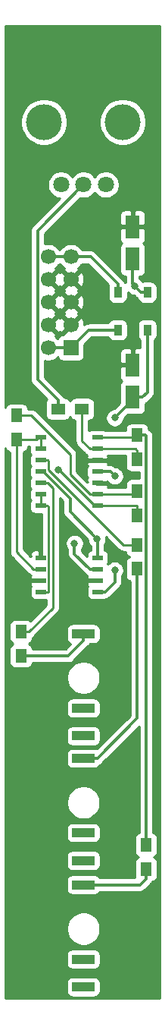
<source format=gbr>
G04 #@! TF.GenerationSoftware,KiCad,Pcbnew,(5.1.5)-3*
G04 #@! TF.CreationDate,2020-05-13T21:41:15+01:00*
G04 #@! TF.ProjectId,Ringo,52696e67-6f2e-46b6-9963-61645f706362,rev?*
G04 #@! TF.SameCoordinates,Original*
G04 #@! TF.FileFunction,Copper,L1,Top*
G04 #@! TF.FilePolarity,Positive*
%FSLAX46Y46*%
G04 Gerber Fmt 4.6, Leading zero omitted, Abs format (unit mm)*
G04 Created by KiCad (PCBNEW (5.1.5)-3) date 2020-05-13 21:41:15*
%MOMM*%
%LPD*%
G04 APERTURE LIST*
%ADD10R,1.143000X0.508000*%
%ADD11C,4.000000*%
%ADD12C,1.800000*%
%ADD13R,1.300000X1.500000*%
%ADD14R,1.500000X1.300000*%
%ADD15R,2.500000X1.000000*%
%ADD16C,1.700000*%
%ADD17R,1.700000X1.700000*%
%ADD18R,0.900000X1.200000*%
%ADD19R,1.600000X2.600000*%
%ADD20C,0.800000*%
%ADD21C,0.300000*%
%ADD22C,0.250000*%
%ADD23C,0.254000*%
G04 APERTURE END LIST*
D10*
X147075000Y-97095000D03*
X147075000Y-98365000D03*
X147075000Y-99635000D03*
X147075000Y-100905000D03*
X140725000Y-100905000D03*
X140725000Y-99635000D03*
X140725000Y-98365000D03*
X140725000Y-97095000D03*
X140698000Y-83690000D03*
X140698000Y-84960000D03*
X140698000Y-86230000D03*
X140698000Y-87500000D03*
X140698000Y-88770000D03*
X140698000Y-90040000D03*
X140698000Y-91310000D03*
X147048000Y-91310000D03*
X147048000Y-90040000D03*
X147048000Y-87500000D03*
X147048000Y-86230000D03*
X147048000Y-84960000D03*
X147048000Y-83690000D03*
X147048000Y-88770000D03*
D11*
X141100000Y-48500000D03*
X149900000Y-48500000D03*
D12*
X143000000Y-55500000D03*
X145500000Y-55500000D03*
X148000000Y-55500000D03*
D13*
X152500000Y-131850000D03*
X152500000Y-129150000D03*
X151500000Y-86150000D03*
X151500000Y-83450000D03*
D14*
X145350000Y-80500000D03*
X142650000Y-80500000D03*
D13*
X151500000Y-89650000D03*
X151500000Y-92350000D03*
X138000000Y-81250000D03*
X138000000Y-83950000D03*
X138500000Y-105350000D03*
X138500000Y-108050000D03*
X151500000Y-95650000D03*
X151500000Y-98350000D03*
D15*
X145500000Y-144980000D03*
X145500000Y-141880000D03*
X145500000Y-133580000D03*
D16*
X141560000Y-63540000D03*
X144100000Y-63540000D03*
X141560000Y-66080000D03*
X144100000Y-66080000D03*
X141560000Y-68620000D03*
X144100000Y-68620000D03*
X141560000Y-71160000D03*
X144100000Y-71160000D03*
X141560000Y-73700000D03*
D17*
X144100000Y-73700000D03*
D15*
X145500000Y-116980000D03*
X145500000Y-113880000D03*
X145500000Y-105580000D03*
X145500000Y-130880000D03*
X145500000Y-127780000D03*
X145500000Y-119480000D03*
D18*
X149350000Y-71700000D03*
X152650000Y-71700000D03*
X152650000Y-67500000D03*
X149350000Y-67500000D03*
D19*
X151000000Y-79200000D03*
X151000000Y-75600000D03*
X151000000Y-60200000D03*
X151000000Y-63800000D03*
D20*
X140000000Y-94500000D03*
X142676402Y-87323598D03*
X147000000Y-95000000D03*
X151200000Y-66800000D03*
X149000000Y-98500000D03*
X149000000Y-88000000D03*
X149000000Y-81500000D03*
X144500000Y-95500000D03*
D21*
X147050000Y-119480000D02*
X145500000Y-119480000D01*
X151500000Y-115030000D02*
X147050000Y-119480000D01*
X151500000Y-98350000D02*
X151500000Y-115030000D01*
X141560000Y-63540000D02*
X144100000Y-63540000D01*
X149350000Y-66600000D02*
X149350000Y-67500000D01*
X146290000Y-63540000D02*
X149350000Y-66600000D01*
X144100000Y-63540000D02*
X146290000Y-63540000D01*
X146100000Y-71700000D02*
X144100000Y-73700000D01*
X149350000Y-71700000D02*
X146100000Y-71700000D01*
X141560000Y-73700000D02*
X144100000Y-73700000D01*
X151820000Y-133580000D02*
X145500000Y-133580000D01*
X152500000Y-132900000D02*
X151820000Y-133580000D01*
X152500000Y-131850000D02*
X152500000Y-132900000D01*
D22*
X140452000Y-83690000D02*
X140698000Y-83690000D01*
X140192000Y-83950000D02*
X140452000Y-83690000D01*
X138000000Y-83950000D02*
X140192000Y-83950000D01*
X140698000Y-84960000D02*
X140698000Y-83690000D01*
X138000000Y-96461500D02*
X138000000Y-83950000D01*
X139903500Y-98365000D02*
X138000000Y-96461500D01*
X140725000Y-98365000D02*
X139903500Y-98365000D01*
X151500000Y-91350000D02*
X151500000Y-92350000D01*
X151460000Y-91310000D02*
X151500000Y-91350000D01*
X147048000Y-91310000D02*
X151460000Y-91310000D01*
D21*
X142744098Y-87323598D02*
X142676402Y-87323598D01*
X147048000Y-91310000D02*
X146730500Y-91310000D01*
X146730500Y-91310000D02*
X142744098Y-87323598D01*
X140359999Y-60640001D02*
X145500000Y-55500000D01*
X140359999Y-77259999D02*
X140359999Y-60640001D01*
X142650000Y-79550000D02*
X140359999Y-77259999D01*
X142650000Y-80500000D02*
X142650000Y-79550000D01*
D22*
X151260000Y-83690000D02*
X151500000Y-83450000D01*
X147048000Y-83690000D02*
X151260000Y-83690000D01*
D21*
X152450000Y-83450000D02*
X151500000Y-83450000D01*
X152500000Y-83500000D02*
X152450000Y-83450000D01*
X152500000Y-129150000D02*
X152500000Y-83500000D01*
X143830000Y-108050000D02*
X145500000Y-106380000D01*
X145500000Y-106380000D02*
X145500000Y-105580000D01*
X138500000Y-108050000D02*
X143830000Y-108050000D01*
X147075000Y-97095000D02*
X147075000Y-95075000D01*
X147075000Y-95075000D02*
X147000000Y-95000000D01*
X144000000Y-90484500D02*
X144000000Y-92000000D01*
X141015500Y-87500000D02*
X144000000Y-90484500D01*
X140698000Y-87500000D02*
X141015500Y-87500000D01*
X147000000Y-95000000D02*
X144000000Y-92000000D01*
X151000000Y-66600000D02*
X151000000Y-65400000D01*
X151000000Y-65400000D02*
X151000000Y-63800000D01*
X151900000Y-67500000D02*
X151200000Y-66800000D01*
X152650000Y-67500000D02*
X151900000Y-67500000D01*
X151200000Y-66800000D02*
X151000000Y-66600000D01*
X152650000Y-78650000D02*
X152100000Y-79200000D01*
X152100000Y-79200000D02*
X151000000Y-79200000D01*
X152650000Y-71700000D02*
X152650000Y-78650000D01*
X149000000Y-99851500D02*
X149000000Y-98500000D01*
X147075000Y-100905000D02*
X147946500Y-100905000D01*
X147946500Y-100905000D02*
X149000000Y-99851500D01*
X149000000Y-88000000D02*
X148500000Y-87500000D01*
X148500000Y-87500000D02*
X147048000Y-87500000D01*
X151000000Y-79500000D02*
X151000000Y-79200000D01*
X149000000Y-81500000D02*
X151000000Y-79500000D01*
D22*
X141519500Y-86230000D02*
X140698000Y-86230000D01*
X141594501Y-86305001D02*
X141519500Y-86230000D01*
X141594501Y-87267003D02*
X141594501Y-86305001D01*
X149977498Y-95650000D02*
X141594501Y-87267003D01*
X151500000Y-95650000D02*
X149977498Y-95650000D01*
X142071511Y-89322011D02*
X141519500Y-88770000D01*
X141519500Y-88770000D02*
X140698000Y-88770000D01*
X142071511Y-102678489D02*
X142071511Y-89322011D01*
X139400000Y-105350000D02*
X142071511Y-102678489D01*
X138500000Y-105350000D02*
X139400000Y-105350000D01*
X151110000Y-90040000D02*
X151500000Y-89650000D01*
X147048000Y-90040000D02*
X151110000Y-90040000D01*
X139668502Y-81250000D02*
X144000000Y-85581498D01*
X138000000Y-81250000D02*
X139668502Y-81250000D01*
X146226500Y-90040000D02*
X147048000Y-90040000D01*
X144000000Y-87813500D02*
X146226500Y-90040000D01*
X144000000Y-85581498D02*
X144000000Y-87813500D01*
X151500000Y-85150000D02*
X151500000Y-86150000D01*
X151310000Y-84960000D02*
X151500000Y-85150000D01*
X147048000Y-84960000D02*
X151310000Y-84960000D01*
X146226500Y-84960000D02*
X147048000Y-84960000D01*
X145350000Y-84083500D02*
X146226500Y-84960000D01*
X145350000Y-80500000D02*
X145350000Y-84083500D01*
D21*
X144500000Y-96661500D02*
X144500000Y-95500000D01*
X147075000Y-98365000D02*
X146203500Y-98365000D01*
X146203500Y-98365000D02*
X144500000Y-96661500D01*
D22*
X141519500Y-91310000D02*
X140698000Y-91310000D01*
X141621501Y-100829999D02*
X141621501Y-91412001D01*
X141546500Y-100905000D02*
X141621501Y-100829999D01*
X141621501Y-91412001D02*
X141519500Y-91310000D01*
X140725000Y-100905000D02*
X141546500Y-100905000D01*
X140698000Y-90040000D02*
X140698000Y-91310000D01*
D23*
G36*
X154065001Y-146265000D02*
G01*
X136735000Y-146265000D01*
X136735000Y-144480000D01*
X143611928Y-144480000D01*
X143611928Y-145480000D01*
X143624188Y-145604482D01*
X143660498Y-145724180D01*
X143719463Y-145834494D01*
X143798815Y-145931185D01*
X143895506Y-146010537D01*
X144005820Y-146069502D01*
X144125518Y-146105812D01*
X144250000Y-146118072D01*
X146750000Y-146118072D01*
X146874482Y-146105812D01*
X146994180Y-146069502D01*
X147104494Y-146010537D01*
X147201185Y-145931185D01*
X147280537Y-145834494D01*
X147339502Y-145724180D01*
X147375812Y-145604482D01*
X147388072Y-145480000D01*
X147388072Y-144480000D01*
X147375812Y-144355518D01*
X147339502Y-144235820D01*
X147280537Y-144125506D01*
X147201185Y-144028815D01*
X147104494Y-143949463D01*
X146994180Y-143890498D01*
X146874482Y-143854188D01*
X146750000Y-143841928D01*
X144250000Y-143841928D01*
X144125518Y-143854188D01*
X144005820Y-143890498D01*
X143895506Y-143949463D01*
X143798815Y-144028815D01*
X143719463Y-144125506D01*
X143660498Y-144235820D01*
X143624188Y-144355518D01*
X143611928Y-144480000D01*
X136735000Y-144480000D01*
X136735000Y-141380000D01*
X143611928Y-141380000D01*
X143611928Y-142380000D01*
X143624188Y-142504482D01*
X143660498Y-142624180D01*
X143719463Y-142734494D01*
X143798815Y-142831185D01*
X143895506Y-142910537D01*
X144005820Y-142969502D01*
X144125518Y-143005812D01*
X144250000Y-143018072D01*
X146750000Y-143018072D01*
X146874482Y-143005812D01*
X146994180Y-142969502D01*
X147104494Y-142910537D01*
X147201185Y-142831185D01*
X147280537Y-142734494D01*
X147339502Y-142624180D01*
X147375812Y-142504482D01*
X147388072Y-142380000D01*
X147388072Y-141380000D01*
X147375812Y-141255518D01*
X147339502Y-141135820D01*
X147280537Y-141025506D01*
X147201185Y-140928815D01*
X147104494Y-140849463D01*
X146994180Y-140790498D01*
X146874482Y-140754188D01*
X146750000Y-140741928D01*
X144250000Y-140741928D01*
X144125518Y-140754188D01*
X144005820Y-140790498D01*
X143895506Y-140849463D01*
X143798815Y-140928815D01*
X143719463Y-141025506D01*
X143660498Y-141135820D01*
X143624188Y-141255518D01*
X143611928Y-141380000D01*
X136735000Y-141380000D01*
X136735000Y-138314344D01*
X143615000Y-138314344D01*
X143615000Y-138685656D01*
X143687439Y-139049834D01*
X143829534Y-139392882D01*
X144035825Y-139701618D01*
X144298382Y-139964175D01*
X144607118Y-140170466D01*
X144950166Y-140312561D01*
X145314344Y-140385000D01*
X145685656Y-140385000D01*
X146049834Y-140312561D01*
X146392882Y-140170466D01*
X146701618Y-139964175D01*
X146964175Y-139701618D01*
X147170466Y-139392882D01*
X147312561Y-139049834D01*
X147385000Y-138685656D01*
X147385000Y-138314344D01*
X147312561Y-137950166D01*
X147170466Y-137607118D01*
X146964175Y-137298382D01*
X146701618Y-137035825D01*
X146392882Y-136829534D01*
X146049834Y-136687439D01*
X145685656Y-136615000D01*
X145314344Y-136615000D01*
X144950166Y-136687439D01*
X144607118Y-136829534D01*
X144298382Y-137035825D01*
X144035825Y-137298382D01*
X143829534Y-137607118D01*
X143687439Y-137950166D01*
X143615000Y-138314344D01*
X136735000Y-138314344D01*
X136735000Y-130380000D01*
X143611928Y-130380000D01*
X143611928Y-131380000D01*
X143624188Y-131504482D01*
X143660498Y-131624180D01*
X143719463Y-131734494D01*
X143798815Y-131831185D01*
X143895506Y-131910537D01*
X144005820Y-131969502D01*
X144125518Y-132005812D01*
X144250000Y-132018072D01*
X146750000Y-132018072D01*
X146874482Y-132005812D01*
X146994180Y-131969502D01*
X147104494Y-131910537D01*
X147201185Y-131831185D01*
X147280537Y-131734494D01*
X147339502Y-131624180D01*
X147375812Y-131504482D01*
X147388072Y-131380000D01*
X147388072Y-130380000D01*
X147375812Y-130255518D01*
X147339502Y-130135820D01*
X147280537Y-130025506D01*
X147201185Y-129928815D01*
X147104494Y-129849463D01*
X146994180Y-129790498D01*
X146874482Y-129754188D01*
X146750000Y-129741928D01*
X144250000Y-129741928D01*
X144125518Y-129754188D01*
X144005820Y-129790498D01*
X143895506Y-129849463D01*
X143798815Y-129928815D01*
X143719463Y-130025506D01*
X143660498Y-130135820D01*
X143624188Y-130255518D01*
X143611928Y-130380000D01*
X136735000Y-130380000D01*
X136735000Y-127280000D01*
X143611928Y-127280000D01*
X143611928Y-128280000D01*
X143624188Y-128404482D01*
X143660498Y-128524180D01*
X143719463Y-128634494D01*
X143798815Y-128731185D01*
X143895506Y-128810537D01*
X144005820Y-128869502D01*
X144125518Y-128905812D01*
X144250000Y-128918072D01*
X146750000Y-128918072D01*
X146874482Y-128905812D01*
X146994180Y-128869502D01*
X147104494Y-128810537D01*
X147201185Y-128731185D01*
X147280537Y-128634494D01*
X147339502Y-128524180D01*
X147375812Y-128404482D01*
X147388072Y-128280000D01*
X147388072Y-127280000D01*
X147375812Y-127155518D01*
X147339502Y-127035820D01*
X147280537Y-126925506D01*
X147201185Y-126828815D01*
X147104494Y-126749463D01*
X146994180Y-126690498D01*
X146874482Y-126654188D01*
X146750000Y-126641928D01*
X144250000Y-126641928D01*
X144125518Y-126654188D01*
X144005820Y-126690498D01*
X143895506Y-126749463D01*
X143798815Y-126828815D01*
X143719463Y-126925506D01*
X143660498Y-127035820D01*
X143624188Y-127155518D01*
X143611928Y-127280000D01*
X136735000Y-127280000D01*
X136735000Y-124214344D01*
X143615000Y-124214344D01*
X143615000Y-124585656D01*
X143687439Y-124949834D01*
X143829534Y-125292882D01*
X144035825Y-125601618D01*
X144298382Y-125864175D01*
X144607118Y-126070466D01*
X144950166Y-126212561D01*
X145314344Y-126285000D01*
X145685656Y-126285000D01*
X146049834Y-126212561D01*
X146392882Y-126070466D01*
X146701618Y-125864175D01*
X146964175Y-125601618D01*
X147170466Y-125292882D01*
X147312561Y-124949834D01*
X147385000Y-124585656D01*
X147385000Y-124214344D01*
X147312561Y-123850166D01*
X147170466Y-123507118D01*
X146964175Y-123198382D01*
X146701618Y-122935825D01*
X146392882Y-122729534D01*
X146049834Y-122587439D01*
X145685656Y-122515000D01*
X145314344Y-122515000D01*
X144950166Y-122587439D01*
X144607118Y-122729534D01*
X144298382Y-122935825D01*
X144035825Y-123198382D01*
X143829534Y-123507118D01*
X143687439Y-123850166D01*
X143615000Y-124214344D01*
X136735000Y-124214344D01*
X136735000Y-116480000D01*
X143611928Y-116480000D01*
X143611928Y-117480000D01*
X143624188Y-117604482D01*
X143660498Y-117724180D01*
X143719463Y-117834494D01*
X143798815Y-117931185D01*
X143895506Y-118010537D01*
X144005820Y-118069502D01*
X144125518Y-118105812D01*
X144250000Y-118118072D01*
X146750000Y-118118072D01*
X146874482Y-118105812D01*
X146994180Y-118069502D01*
X147104494Y-118010537D01*
X147201185Y-117931185D01*
X147280537Y-117834494D01*
X147339502Y-117724180D01*
X147375812Y-117604482D01*
X147388072Y-117480000D01*
X147388072Y-116480000D01*
X147375812Y-116355518D01*
X147339502Y-116235820D01*
X147280537Y-116125506D01*
X147201185Y-116028815D01*
X147104494Y-115949463D01*
X146994180Y-115890498D01*
X146874482Y-115854188D01*
X146750000Y-115841928D01*
X144250000Y-115841928D01*
X144125518Y-115854188D01*
X144005820Y-115890498D01*
X143895506Y-115949463D01*
X143798815Y-116028815D01*
X143719463Y-116125506D01*
X143660498Y-116235820D01*
X143624188Y-116355518D01*
X143611928Y-116480000D01*
X136735000Y-116480000D01*
X136735000Y-113380000D01*
X143611928Y-113380000D01*
X143611928Y-114380000D01*
X143624188Y-114504482D01*
X143660498Y-114624180D01*
X143719463Y-114734494D01*
X143798815Y-114831185D01*
X143895506Y-114910537D01*
X144005820Y-114969502D01*
X144125518Y-115005812D01*
X144250000Y-115018072D01*
X146750000Y-115018072D01*
X146874482Y-115005812D01*
X146994180Y-114969502D01*
X147104494Y-114910537D01*
X147201185Y-114831185D01*
X147280537Y-114734494D01*
X147339502Y-114624180D01*
X147375812Y-114504482D01*
X147388072Y-114380000D01*
X147388072Y-113380000D01*
X147375812Y-113255518D01*
X147339502Y-113135820D01*
X147280537Y-113025506D01*
X147201185Y-112928815D01*
X147104494Y-112849463D01*
X146994180Y-112790498D01*
X146874482Y-112754188D01*
X146750000Y-112741928D01*
X144250000Y-112741928D01*
X144125518Y-112754188D01*
X144005820Y-112790498D01*
X143895506Y-112849463D01*
X143798815Y-112928815D01*
X143719463Y-113025506D01*
X143660498Y-113135820D01*
X143624188Y-113255518D01*
X143611928Y-113380000D01*
X136735000Y-113380000D01*
X136735000Y-110314344D01*
X143615000Y-110314344D01*
X143615000Y-110685656D01*
X143687439Y-111049834D01*
X143829534Y-111392882D01*
X144035825Y-111701618D01*
X144298382Y-111964175D01*
X144607118Y-112170466D01*
X144950166Y-112312561D01*
X145314344Y-112385000D01*
X145685656Y-112385000D01*
X146049834Y-112312561D01*
X146392882Y-112170466D01*
X146701618Y-111964175D01*
X146964175Y-111701618D01*
X147170466Y-111392882D01*
X147312561Y-111049834D01*
X147385000Y-110685656D01*
X147385000Y-110314344D01*
X147312561Y-109950166D01*
X147170466Y-109607118D01*
X146964175Y-109298382D01*
X146701618Y-109035825D01*
X146392882Y-108829534D01*
X146049834Y-108687439D01*
X145685656Y-108615000D01*
X145314344Y-108615000D01*
X144950166Y-108687439D01*
X144607118Y-108829534D01*
X144298382Y-109035825D01*
X144035825Y-109298382D01*
X143829534Y-109607118D01*
X143687439Y-109950166D01*
X143615000Y-110314344D01*
X136735000Y-110314344D01*
X136735000Y-84860124D01*
X136760498Y-84944180D01*
X136819463Y-85054494D01*
X136898815Y-85151185D01*
X136995506Y-85230537D01*
X137105820Y-85289502D01*
X137225518Y-85325812D01*
X137240001Y-85327238D01*
X137240000Y-96424178D01*
X137236324Y-96461500D01*
X137240000Y-96498822D01*
X137240000Y-96498832D01*
X137250997Y-96610485D01*
X137278169Y-96700060D01*
X137294454Y-96753746D01*
X137365026Y-96885776D01*
X137401761Y-96930537D01*
X137459999Y-97001501D01*
X137489003Y-97025304D01*
X139339701Y-98876003D01*
X139363499Y-98905001D01*
X139392497Y-98928799D01*
X139479224Y-98999974D01*
X139602248Y-99065733D01*
X139568452Y-99126334D01*
X139530011Y-99245365D01*
X139518500Y-99349250D01*
X139677250Y-99508000D01*
X140598000Y-99508000D01*
X140598000Y-99488000D01*
X140852000Y-99488000D01*
X140852000Y-99508000D01*
X140861501Y-99508000D01*
X140861501Y-99762000D01*
X140852000Y-99762000D01*
X140852000Y-99782000D01*
X140598000Y-99782000D01*
X140598000Y-99762000D01*
X139677250Y-99762000D01*
X139518500Y-99920750D01*
X139530011Y-100024635D01*
X139568452Y-100143666D01*
X139629376Y-100252910D01*
X139644325Y-100270476D01*
X139622963Y-100296506D01*
X139563998Y-100406820D01*
X139527688Y-100526518D01*
X139515428Y-100651000D01*
X139515428Y-101159000D01*
X139527688Y-101283482D01*
X139563998Y-101403180D01*
X139622963Y-101513494D01*
X139702315Y-101610185D01*
X139799006Y-101689537D01*
X139909320Y-101748502D01*
X140029018Y-101784812D01*
X140153500Y-101797072D01*
X141296500Y-101797072D01*
X141311511Y-101795594D01*
X141311511Y-102363687D01*
X139560101Y-104115098D01*
X139504494Y-104069463D01*
X139394180Y-104010498D01*
X139274482Y-103974188D01*
X139150000Y-103961928D01*
X137850000Y-103961928D01*
X137725518Y-103974188D01*
X137605820Y-104010498D01*
X137495506Y-104069463D01*
X137398815Y-104148815D01*
X137319463Y-104245506D01*
X137260498Y-104355820D01*
X137224188Y-104475518D01*
X137211928Y-104600000D01*
X137211928Y-106100000D01*
X137224188Y-106224482D01*
X137260498Y-106344180D01*
X137319463Y-106454494D01*
X137398815Y-106551185D01*
X137495506Y-106630537D01*
X137605820Y-106689502D01*
X137640427Y-106700000D01*
X137605820Y-106710498D01*
X137495506Y-106769463D01*
X137398815Y-106848815D01*
X137319463Y-106945506D01*
X137260498Y-107055820D01*
X137224188Y-107175518D01*
X137211928Y-107300000D01*
X137211928Y-108800000D01*
X137224188Y-108924482D01*
X137260498Y-109044180D01*
X137319463Y-109154494D01*
X137398815Y-109251185D01*
X137495506Y-109330537D01*
X137605820Y-109389502D01*
X137725518Y-109425812D01*
X137850000Y-109438072D01*
X139150000Y-109438072D01*
X139274482Y-109425812D01*
X139394180Y-109389502D01*
X139504494Y-109330537D01*
X139601185Y-109251185D01*
X139680537Y-109154494D01*
X139739502Y-109044180D01*
X139775812Y-108924482D01*
X139784625Y-108835000D01*
X143791447Y-108835000D01*
X143830000Y-108838797D01*
X143868553Y-108835000D01*
X143868561Y-108835000D01*
X143983887Y-108823641D01*
X144131860Y-108778754D01*
X144268233Y-108705862D01*
X144387764Y-108607764D01*
X144412347Y-108577810D01*
X146027811Y-106962346D01*
X146057764Y-106937764D01*
X146155862Y-106818233D01*
X146209399Y-106718072D01*
X146750000Y-106718072D01*
X146874482Y-106705812D01*
X146994180Y-106669502D01*
X147104494Y-106610537D01*
X147201185Y-106531185D01*
X147280537Y-106434494D01*
X147339502Y-106324180D01*
X147375812Y-106204482D01*
X147388072Y-106080000D01*
X147388072Y-105080000D01*
X147375812Y-104955518D01*
X147339502Y-104835820D01*
X147280537Y-104725506D01*
X147201185Y-104628815D01*
X147104494Y-104549463D01*
X146994180Y-104490498D01*
X146874482Y-104454188D01*
X146750000Y-104441928D01*
X144250000Y-104441928D01*
X144125518Y-104454188D01*
X144005820Y-104490498D01*
X143895506Y-104549463D01*
X143798815Y-104628815D01*
X143719463Y-104725506D01*
X143660498Y-104835820D01*
X143624188Y-104955518D01*
X143611928Y-105080000D01*
X143611928Y-106080000D01*
X143624188Y-106204482D01*
X143660498Y-106324180D01*
X143719463Y-106434494D01*
X143798815Y-106531185D01*
X143895506Y-106610537D01*
X144005820Y-106669502D01*
X144078342Y-106691501D01*
X143504843Y-107265000D01*
X139784625Y-107265000D01*
X139775812Y-107175518D01*
X139739502Y-107055820D01*
X139680537Y-106945506D01*
X139601185Y-106848815D01*
X139504494Y-106769463D01*
X139394180Y-106710498D01*
X139359573Y-106700000D01*
X139394180Y-106689502D01*
X139504494Y-106630537D01*
X139601185Y-106551185D01*
X139680537Y-106454494D01*
X139739502Y-106344180D01*
X139775812Y-106224482D01*
X139788072Y-106100000D01*
X139788072Y-106004326D01*
X139824276Y-105984974D01*
X139940001Y-105890001D01*
X139963804Y-105860997D01*
X142582515Y-103242287D01*
X142611512Y-103218490D01*
X142637843Y-103186406D01*
X142706485Y-103102766D01*
X142777057Y-102970736D01*
X142777057Y-102970735D01*
X142820514Y-102827475D01*
X142831511Y-102715822D01*
X142831511Y-102715813D01*
X142835187Y-102678490D01*
X142831511Y-102641167D01*
X142831511Y-90426169D01*
X143215000Y-90809658D01*
X143215001Y-91961438D01*
X143211203Y-92000000D01*
X143226359Y-92153886D01*
X143271246Y-92301859D01*
X143271247Y-92301860D01*
X143344139Y-92438233D01*
X143384690Y-92487644D01*
X143417655Y-92527812D01*
X143417659Y-92527816D01*
X143442237Y-92557764D01*
X143472185Y-92582342D01*
X145965000Y-95075157D01*
X145965000Y-95101939D01*
X146004774Y-95301898D01*
X146082795Y-95490256D01*
X146196063Y-95659774D01*
X146290001Y-95753712D01*
X146290000Y-96242191D01*
X146259320Y-96251498D01*
X146149006Y-96310463D01*
X146052315Y-96389815D01*
X145972963Y-96486506D01*
X145913998Y-96596820D01*
X145877688Y-96716518D01*
X145865428Y-96841000D01*
X145865428Y-96916771D01*
X145285000Y-96336343D01*
X145285000Y-96178711D01*
X145303937Y-96159774D01*
X145417205Y-95990256D01*
X145495226Y-95801898D01*
X145535000Y-95601939D01*
X145535000Y-95398061D01*
X145495226Y-95198102D01*
X145417205Y-95009744D01*
X145303937Y-94840226D01*
X145159774Y-94696063D01*
X144990256Y-94582795D01*
X144801898Y-94504774D01*
X144601939Y-94465000D01*
X144398061Y-94465000D01*
X144198102Y-94504774D01*
X144009744Y-94582795D01*
X143840226Y-94696063D01*
X143696063Y-94840226D01*
X143582795Y-95009744D01*
X143504774Y-95198102D01*
X143465000Y-95398061D01*
X143465000Y-95601939D01*
X143504774Y-95801898D01*
X143582795Y-95990256D01*
X143696063Y-96159774D01*
X143715000Y-96178711D01*
X143715000Y-96622947D01*
X143711203Y-96661500D01*
X143715000Y-96700053D01*
X143715000Y-96700060D01*
X143726359Y-96815386D01*
X143771246Y-96963359D01*
X143844138Y-97099732D01*
X143942236Y-97219264D01*
X143972190Y-97243847D01*
X145621153Y-98892810D01*
X145645736Y-98922764D01*
X145765267Y-99020862D01*
X145901640Y-99093754D01*
X145931560Y-99102830D01*
X145918452Y-99126334D01*
X145880011Y-99245365D01*
X145868500Y-99349250D01*
X146027250Y-99508000D01*
X146948000Y-99508000D01*
X146948000Y-99488000D01*
X147202000Y-99488000D01*
X147202000Y-99508000D01*
X147222000Y-99508000D01*
X147222000Y-99762000D01*
X147202000Y-99762000D01*
X147202000Y-99782000D01*
X146948000Y-99782000D01*
X146948000Y-99762000D01*
X146027250Y-99762000D01*
X145868500Y-99920750D01*
X145880011Y-100024635D01*
X145918452Y-100143666D01*
X145979376Y-100252910D01*
X145994325Y-100270476D01*
X145972963Y-100296506D01*
X145913998Y-100406820D01*
X145877688Y-100526518D01*
X145865428Y-100651000D01*
X145865428Y-101159000D01*
X145877688Y-101283482D01*
X145913998Y-101403180D01*
X145972963Y-101513494D01*
X146052315Y-101610185D01*
X146149006Y-101689537D01*
X146259320Y-101748502D01*
X146379018Y-101784812D01*
X146503500Y-101797072D01*
X147646500Y-101797072D01*
X147770982Y-101784812D01*
X147890680Y-101748502D01*
X148000994Y-101689537D01*
X148002526Y-101688280D01*
X148100387Y-101678641D01*
X148248360Y-101633754D01*
X148384733Y-101560862D01*
X148504264Y-101462764D01*
X148528847Y-101432810D01*
X149527817Y-100433841D01*
X149557764Y-100409264D01*
X149584089Y-100377188D01*
X149650303Y-100296506D01*
X149655862Y-100289733D01*
X149728754Y-100153360D01*
X149738874Y-100120000D01*
X149773642Y-100005387D01*
X149781977Y-99920750D01*
X149785000Y-99890061D01*
X149785000Y-99890056D01*
X149788797Y-99851500D01*
X149785000Y-99812945D01*
X149785000Y-99178711D01*
X149803937Y-99159774D01*
X149917205Y-98990256D01*
X149995226Y-98801898D01*
X150035000Y-98601939D01*
X150035000Y-98398061D01*
X149995226Y-98198102D01*
X149917205Y-98009744D01*
X149803937Y-97840226D01*
X149659774Y-97696063D01*
X149490256Y-97582795D01*
X149301898Y-97504774D01*
X149101939Y-97465000D01*
X148898061Y-97465000D01*
X148698102Y-97504774D01*
X148509744Y-97582795D01*
X148340226Y-97696063D01*
X148212827Y-97823462D01*
X148177037Y-97756506D01*
X148155284Y-97730000D01*
X148177037Y-97703494D01*
X148236002Y-97593180D01*
X148272312Y-97473482D01*
X148284572Y-97349000D01*
X148284572Y-96841000D01*
X148272312Y-96716518D01*
X148236002Y-96596820D01*
X148177037Y-96486506D01*
X148097685Y-96389815D01*
X148000994Y-96310463D01*
X147890680Y-96251498D01*
X147860000Y-96242191D01*
X147860000Y-95575870D01*
X147917205Y-95490256D01*
X147995226Y-95301898D01*
X148035000Y-95101939D01*
X148035000Y-94898061D01*
X148006257Y-94753561D01*
X149413699Y-96161003D01*
X149437497Y-96190001D01*
X149466495Y-96213799D01*
X149553221Y-96284974D01*
X149685251Y-96355546D01*
X149828512Y-96399003D01*
X149940165Y-96410000D01*
X149940174Y-96410000D01*
X149977497Y-96413676D01*
X150014820Y-96410000D01*
X150212913Y-96410000D01*
X150224188Y-96524482D01*
X150260498Y-96644180D01*
X150319463Y-96754494D01*
X150398815Y-96851185D01*
X150495506Y-96930537D01*
X150605820Y-96989502D01*
X150640427Y-97000000D01*
X150605820Y-97010498D01*
X150495506Y-97069463D01*
X150398815Y-97148815D01*
X150319463Y-97245506D01*
X150260498Y-97355820D01*
X150224188Y-97475518D01*
X150211928Y-97600000D01*
X150211928Y-99100000D01*
X150224188Y-99224482D01*
X150260498Y-99344180D01*
X150319463Y-99454494D01*
X150398815Y-99551185D01*
X150495506Y-99630537D01*
X150605820Y-99689502D01*
X150715000Y-99722621D01*
X150715001Y-114704841D01*
X147017096Y-118402747D01*
X146994180Y-118390498D01*
X146874482Y-118354188D01*
X146750000Y-118341928D01*
X144250000Y-118341928D01*
X144125518Y-118354188D01*
X144005820Y-118390498D01*
X143895506Y-118449463D01*
X143798815Y-118528815D01*
X143719463Y-118625506D01*
X143660498Y-118735820D01*
X143624188Y-118855518D01*
X143611928Y-118980000D01*
X143611928Y-119980000D01*
X143624188Y-120104482D01*
X143660498Y-120224180D01*
X143719463Y-120334494D01*
X143798815Y-120431185D01*
X143895506Y-120510537D01*
X144005820Y-120569502D01*
X144125518Y-120605812D01*
X144250000Y-120618072D01*
X146750000Y-120618072D01*
X146874482Y-120605812D01*
X146994180Y-120569502D01*
X147104494Y-120510537D01*
X147201185Y-120431185D01*
X147280537Y-120334494D01*
X147339502Y-120224180D01*
X147343403Y-120211319D01*
X147351860Y-120208754D01*
X147488233Y-120135862D01*
X147607764Y-120037764D01*
X147632347Y-120007810D01*
X151715000Y-115925158D01*
X151715000Y-127777379D01*
X151605820Y-127810498D01*
X151495506Y-127869463D01*
X151398815Y-127948815D01*
X151319463Y-128045506D01*
X151260498Y-128155820D01*
X151224188Y-128275518D01*
X151211928Y-128400000D01*
X151211928Y-129900000D01*
X151224188Y-130024482D01*
X151260498Y-130144180D01*
X151319463Y-130254494D01*
X151398815Y-130351185D01*
X151495506Y-130430537D01*
X151605820Y-130489502D01*
X151640427Y-130500000D01*
X151605820Y-130510498D01*
X151495506Y-130569463D01*
X151398815Y-130648815D01*
X151319463Y-130745506D01*
X151260498Y-130855820D01*
X151224188Y-130975518D01*
X151211928Y-131100000D01*
X151211928Y-132600000D01*
X151224188Y-132724482D01*
X151245579Y-132795000D01*
X147317683Y-132795000D01*
X147280537Y-132725506D01*
X147201185Y-132628815D01*
X147104494Y-132549463D01*
X146994180Y-132490498D01*
X146874482Y-132454188D01*
X146750000Y-132441928D01*
X144250000Y-132441928D01*
X144125518Y-132454188D01*
X144005820Y-132490498D01*
X143895506Y-132549463D01*
X143798815Y-132628815D01*
X143719463Y-132725506D01*
X143660498Y-132835820D01*
X143624188Y-132955518D01*
X143611928Y-133080000D01*
X143611928Y-134080000D01*
X143624188Y-134204482D01*
X143660498Y-134324180D01*
X143719463Y-134434494D01*
X143798815Y-134531185D01*
X143895506Y-134610537D01*
X144005820Y-134669502D01*
X144125518Y-134705812D01*
X144250000Y-134718072D01*
X146750000Y-134718072D01*
X146874482Y-134705812D01*
X146994180Y-134669502D01*
X147104494Y-134610537D01*
X147201185Y-134531185D01*
X147280537Y-134434494D01*
X147317683Y-134365000D01*
X151781447Y-134365000D01*
X151820000Y-134368797D01*
X151858553Y-134365000D01*
X151858561Y-134365000D01*
X151973887Y-134353641D01*
X152121860Y-134308754D01*
X152258233Y-134235862D01*
X152377764Y-134137764D01*
X152402347Y-134107811D01*
X153027815Y-133482343D01*
X153057764Y-133457764D01*
X153155862Y-133338233D01*
X153212699Y-133231897D01*
X153274482Y-133225812D01*
X153394180Y-133189502D01*
X153504494Y-133130537D01*
X153601185Y-133051185D01*
X153680537Y-132954494D01*
X153739502Y-132844180D01*
X153775812Y-132724482D01*
X153788072Y-132600000D01*
X153788072Y-131100000D01*
X153775812Y-130975518D01*
X153739502Y-130855820D01*
X153680537Y-130745506D01*
X153601185Y-130648815D01*
X153504494Y-130569463D01*
X153394180Y-130510498D01*
X153359573Y-130500000D01*
X153394180Y-130489502D01*
X153504494Y-130430537D01*
X153601185Y-130351185D01*
X153680537Y-130254494D01*
X153739502Y-130144180D01*
X153775812Y-130024482D01*
X153788072Y-129900000D01*
X153788072Y-128400000D01*
X153775812Y-128275518D01*
X153739502Y-128155820D01*
X153680537Y-128045506D01*
X153601185Y-127948815D01*
X153504494Y-127869463D01*
X153394180Y-127810498D01*
X153285000Y-127777379D01*
X153285000Y-83538556D01*
X153288797Y-83500000D01*
X153285000Y-83461445D01*
X153285000Y-83461439D01*
X153280628Y-83417049D01*
X153273642Y-83346114D01*
X153242371Y-83243028D01*
X153228754Y-83198140D01*
X153155862Y-83061767D01*
X153057764Y-82942236D01*
X153030302Y-82919698D01*
X153007764Y-82892236D01*
X152888233Y-82794138D01*
X152788072Y-82740601D01*
X152788072Y-82700000D01*
X152775812Y-82575518D01*
X152739502Y-82455820D01*
X152680537Y-82345506D01*
X152601185Y-82248815D01*
X152504494Y-82169463D01*
X152394180Y-82110498D01*
X152274482Y-82074188D01*
X152150000Y-82061928D01*
X150850000Y-82061928D01*
X150725518Y-82074188D01*
X150605820Y-82110498D01*
X150495506Y-82169463D01*
X150398815Y-82248815D01*
X150319463Y-82345506D01*
X150260498Y-82455820D01*
X150224188Y-82575518D01*
X150211928Y-82700000D01*
X150211928Y-82930000D01*
X148003893Y-82930000D01*
X147973994Y-82905463D01*
X147863680Y-82846498D01*
X147743982Y-82810188D01*
X147619500Y-82797928D01*
X146476500Y-82797928D01*
X146352018Y-82810188D01*
X146232320Y-82846498D01*
X146122006Y-82905463D01*
X146110000Y-82915316D01*
X146110000Y-81787087D01*
X146224482Y-81775812D01*
X146344180Y-81739502D01*
X146454494Y-81680537D01*
X146551185Y-81601185D01*
X146630537Y-81504494D01*
X146687427Y-81398061D01*
X147965000Y-81398061D01*
X147965000Y-81601939D01*
X148004774Y-81801898D01*
X148082795Y-81990256D01*
X148196063Y-82159774D01*
X148340226Y-82303937D01*
X148509744Y-82417205D01*
X148698102Y-82495226D01*
X148898061Y-82535000D01*
X149101939Y-82535000D01*
X149301898Y-82495226D01*
X149490256Y-82417205D01*
X149659774Y-82303937D01*
X149803937Y-82159774D01*
X149917205Y-81990256D01*
X149995226Y-81801898D01*
X150035000Y-81601939D01*
X150035000Y-81575157D01*
X150472085Y-81138072D01*
X151800000Y-81138072D01*
X151924482Y-81125812D01*
X152044180Y-81089502D01*
X152154494Y-81030537D01*
X152251185Y-80951185D01*
X152330537Y-80854494D01*
X152389502Y-80744180D01*
X152425812Y-80624482D01*
X152438072Y-80500000D01*
X152438072Y-79909399D01*
X152538233Y-79855862D01*
X152657764Y-79757764D01*
X152682346Y-79727811D01*
X153177815Y-79232343D01*
X153207764Y-79207764D01*
X153305862Y-79088233D01*
X153378754Y-78951860D01*
X153423641Y-78803887D01*
X153435000Y-78688561D01*
X153435000Y-78688554D01*
X153438797Y-78650001D01*
X153435000Y-78611448D01*
X153435000Y-72840957D01*
X153454494Y-72830537D01*
X153551185Y-72751185D01*
X153630537Y-72654494D01*
X153689502Y-72544180D01*
X153725812Y-72424482D01*
X153738072Y-72300000D01*
X153738072Y-71100000D01*
X153725812Y-70975518D01*
X153689502Y-70855820D01*
X153630537Y-70745506D01*
X153551185Y-70648815D01*
X153454494Y-70569463D01*
X153344180Y-70510498D01*
X153224482Y-70474188D01*
X153100000Y-70461928D01*
X152200000Y-70461928D01*
X152075518Y-70474188D01*
X151955820Y-70510498D01*
X151845506Y-70569463D01*
X151748815Y-70648815D01*
X151669463Y-70745506D01*
X151610498Y-70855820D01*
X151574188Y-70975518D01*
X151561928Y-71100000D01*
X151561928Y-72300000D01*
X151574188Y-72424482D01*
X151610498Y-72544180D01*
X151669463Y-72654494D01*
X151748815Y-72751185D01*
X151845506Y-72830537D01*
X151865000Y-72840957D01*
X151865000Y-73668330D01*
X151800000Y-73661928D01*
X151285750Y-73665000D01*
X151127000Y-73823750D01*
X151127000Y-75473000D01*
X151147000Y-75473000D01*
X151147000Y-75727000D01*
X151127000Y-75727000D01*
X151127000Y-75747000D01*
X150873000Y-75747000D01*
X150873000Y-75727000D01*
X149723750Y-75727000D01*
X149565000Y-75885750D01*
X149561928Y-76900000D01*
X149574188Y-77024482D01*
X149610498Y-77144180D01*
X149669463Y-77254494D01*
X149748815Y-77351185D01*
X149808296Y-77400000D01*
X149748815Y-77448815D01*
X149669463Y-77545506D01*
X149610498Y-77655820D01*
X149574188Y-77775518D01*
X149561928Y-77900000D01*
X149561928Y-79827914D01*
X148924843Y-80465000D01*
X148898061Y-80465000D01*
X148698102Y-80504774D01*
X148509744Y-80582795D01*
X148340226Y-80696063D01*
X148196063Y-80840226D01*
X148082795Y-81009744D01*
X148004774Y-81198102D01*
X147965000Y-81398061D01*
X146687427Y-81398061D01*
X146689502Y-81394180D01*
X146725812Y-81274482D01*
X146738072Y-81150000D01*
X146738072Y-79850000D01*
X146725812Y-79725518D01*
X146689502Y-79605820D01*
X146630537Y-79495506D01*
X146551185Y-79398815D01*
X146454494Y-79319463D01*
X146344180Y-79260498D01*
X146224482Y-79224188D01*
X146100000Y-79211928D01*
X144600000Y-79211928D01*
X144475518Y-79224188D01*
X144355820Y-79260498D01*
X144245506Y-79319463D01*
X144148815Y-79398815D01*
X144069463Y-79495506D01*
X144010498Y-79605820D01*
X144000000Y-79640427D01*
X143989502Y-79605820D01*
X143930537Y-79495506D01*
X143851185Y-79398815D01*
X143754494Y-79319463D01*
X143644180Y-79260498D01*
X143524482Y-79224188D01*
X143400000Y-79211928D01*
X143359399Y-79211928D01*
X143305862Y-79111767D01*
X143207764Y-78992236D01*
X143177816Y-78967658D01*
X141144999Y-76934842D01*
X141144999Y-75131544D01*
X141413740Y-75185000D01*
X141706260Y-75185000D01*
X141993158Y-75127932D01*
X142263411Y-75015990D01*
X142506632Y-74853475D01*
X142638487Y-74721620D01*
X142660498Y-74794180D01*
X142719463Y-74904494D01*
X142798815Y-75001185D01*
X142895506Y-75080537D01*
X143005820Y-75139502D01*
X143125518Y-75175812D01*
X143250000Y-75188072D01*
X144950000Y-75188072D01*
X145074482Y-75175812D01*
X145194180Y-75139502D01*
X145304494Y-75080537D01*
X145401185Y-75001185D01*
X145480537Y-74904494D01*
X145539502Y-74794180D01*
X145575812Y-74674482D01*
X145588072Y-74550000D01*
X145588072Y-74300000D01*
X149561928Y-74300000D01*
X149565000Y-75314250D01*
X149723750Y-75473000D01*
X150873000Y-75473000D01*
X150873000Y-73823750D01*
X150714250Y-73665000D01*
X150200000Y-73661928D01*
X150075518Y-73674188D01*
X149955820Y-73710498D01*
X149845506Y-73769463D01*
X149748815Y-73848815D01*
X149669463Y-73945506D01*
X149610498Y-74055820D01*
X149574188Y-74175518D01*
X149561928Y-74300000D01*
X145588072Y-74300000D01*
X145588072Y-73322085D01*
X146425158Y-72485000D01*
X148292546Y-72485000D01*
X148310498Y-72544180D01*
X148369463Y-72654494D01*
X148448815Y-72751185D01*
X148545506Y-72830537D01*
X148655820Y-72889502D01*
X148775518Y-72925812D01*
X148900000Y-72938072D01*
X149800000Y-72938072D01*
X149924482Y-72925812D01*
X150044180Y-72889502D01*
X150154494Y-72830537D01*
X150251185Y-72751185D01*
X150330537Y-72654494D01*
X150389502Y-72544180D01*
X150425812Y-72424482D01*
X150438072Y-72300000D01*
X150438072Y-71100000D01*
X150425812Y-70975518D01*
X150389502Y-70855820D01*
X150330537Y-70745506D01*
X150251185Y-70648815D01*
X150154494Y-70569463D01*
X150044180Y-70510498D01*
X149924482Y-70474188D01*
X149800000Y-70461928D01*
X148900000Y-70461928D01*
X148775518Y-70474188D01*
X148655820Y-70510498D01*
X148545506Y-70569463D01*
X148448815Y-70648815D01*
X148369463Y-70745506D01*
X148310498Y-70855820D01*
X148292546Y-70915000D01*
X146138552Y-70915000D01*
X146099999Y-70911203D01*
X146061446Y-70915000D01*
X146061439Y-70915000D01*
X145960490Y-70924943D01*
X145946112Y-70926359D01*
X145798140Y-70971246D01*
X145661767Y-71044138D01*
X145604095Y-71091469D01*
X145590007Y-71103031D01*
X145590611Y-71091469D01*
X145548599Y-70801981D01*
X145450919Y-70526253D01*
X145377472Y-70388843D01*
X145128397Y-70311208D01*
X144279605Y-71160000D01*
X144293748Y-71174143D01*
X144114143Y-71353748D01*
X144100000Y-71339605D01*
X143251208Y-72188397D01*
X143258542Y-72211928D01*
X143250000Y-72211928D01*
X143125518Y-72224188D01*
X143005820Y-72260498D01*
X142895506Y-72319463D01*
X142798815Y-72398815D01*
X142719463Y-72495506D01*
X142660498Y-72605820D01*
X142638487Y-72678380D01*
X142506632Y-72546525D01*
X142333271Y-72430689D01*
X142408792Y-72188397D01*
X141560000Y-71339605D01*
X141545858Y-71353748D01*
X141366253Y-71174143D01*
X141380395Y-71160000D01*
X141739605Y-71160000D01*
X142588397Y-72008792D01*
X142830000Y-71933486D01*
X143071603Y-72008792D01*
X143920395Y-71160000D01*
X143071603Y-70311208D01*
X142830000Y-70386514D01*
X142588397Y-70311208D01*
X141739605Y-71160000D01*
X141380395Y-71160000D01*
X141366253Y-71145858D01*
X141545858Y-70966253D01*
X141560000Y-70980395D01*
X142408792Y-70131603D01*
X142333486Y-69890000D01*
X142408792Y-69648397D01*
X143251208Y-69648397D01*
X143326514Y-69890000D01*
X143251208Y-70131603D01*
X144100000Y-70980395D01*
X144948792Y-70131603D01*
X144873486Y-69890000D01*
X144948792Y-69648397D01*
X144100000Y-68799605D01*
X143251208Y-69648397D01*
X142408792Y-69648397D01*
X141560000Y-68799605D01*
X141545858Y-68813748D01*
X141366253Y-68634143D01*
X141380395Y-68620000D01*
X141739605Y-68620000D01*
X142588397Y-69468792D01*
X142830000Y-69393486D01*
X143071603Y-69468792D01*
X143920395Y-68620000D01*
X144279605Y-68620000D01*
X145128397Y-69468792D01*
X145377472Y-69391157D01*
X145503371Y-69127117D01*
X145575339Y-68843589D01*
X145590611Y-68551469D01*
X145548599Y-68261981D01*
X145450919Y-67986253D01*
X145377472Y-67848843D01*
X145128397Y-67771208D01*
X144279605Y-68620000D01*
X143920395Y-68620000D01*
X143071603Y-67771208D01*
X142830000Y-67846514D01*
X142588397Y-67771208D01*
X141739605Y-68620000D01*
X141380395Y-68620000D01*
X141366253Y-68605858D01*
X141545858Y-68426253D01*
X141560000Y-68440395D01*
X142408792Y-67591603D01*
X142333486Y-67350000D01*
X142408792Y-67108397D01*
X143251208Y-67108397D01*
X143326514Y-67350000D01*
X143251208Y-67591603D01*
X144100000Y-68440395D01*
X144948792Y-67591603D01*
X144873486Y-67350000D01*
X144948792Y-67108397D01*
X144100000Y-66259605D01*
X143251208Y-67108397D01*
X142408792Y-67108397D01*
X141560000Y-66259605D01*
X141545858Y-66273748D01*
X141366253Y-66094143D01*
X141380395Y-66080000D01*
X141739605Y-66080000D01*
X142588397Y-66928792D01*
X142830000Y-66853486D01*
X143071603Y-66928792D01*
X143920395Y-66080000D01*
X144279605Y-66080000D01*
X145128397Y-66928792D01*
X145377472Y-66851157D01*
X145503371Y-66587117D01*
X145575339Y-66303589D01*
X145590611Y-66011469D01*
X145548599Y-65721981D01*
X145450919Y-65446253D01*
X145377472Y-65308843D01*
X145128397Y-65231208D01*
X144279605Y-66080000D01*
X143920395Y-66080000D01*
X143071603Y-65231208D01*
X142830000Y-65306514D01*
X142588397Y-65231208D01*
X141739605Y-66080000D01*
X141380395Y-66080000D01*
X141366253Y-66065858D01*
X141545858Y-65886253D01*
X141560000Y-65900395D01*
X142408792Y-65051603D01*
X142333271Y-64809311D01*
X142506632Y-64693475D01*
X142713475Y-64486632D01*
X142821474Y-64325000D01*
X142838526Y-64325000D01*
X142946525Y-64486632D01*
X143153368Y-64693475D01*
X143326729Y-64809311D01*
X143251208Y-65051603D01*
X144100000Y-65900395D01*
X144948792Y-65051603D01*
X144873271Y-64809311D01*
X145046632Y-64693475D01*
X145253475Y-64486632D01*
X145361474Y-64325000D01*
X145964843Y-64325000D01*
X148307045Y-66667202D01*
X148274188Y-66775518D01*
X148261928Y-66900000D01*
X148261928Y-68100000D01*
X148274188Y-68224482D01*
X148310498Y-68344180D01*
X148369463Y-68454494D01*
X148448815Y-68551185D01*
X148545506Y-68630537D01*
X148655820Y-68689502D01*
X148775518Y-68725812D01*
X148900000Y-68738072D01*
X149800000Y-68738072D01*
X149924482Y-68725812D01*
X150044180Y-68689502D01*
X150154494Y-68630537D01*
X150251185Y-68551185D01*
X150330537Y-68454494D01*
X150389502Y-68344180D01*
X150425812Y-68224482D01*
X150438072Y-68100000D01*
X150438072Y-67501783D01*
X150540226Y-67603937D01*
X150709744Y-67717205D01*
X150898102Y-67795226D01*
X151098061Y-67835000D01*
X151124842Y-67835000D01*
X151317657Y-68027815D01*
X151342236Y-68057764D01*
X151372184Y-68082342D01*
X151372187Y-68082345D01*
X151389753Y-68096761D01*
X151461767Y-68155862D01*
X151573301Y-68215478D01*
X151574188Y-68224482D01*
X151610498Y-68344180D01*
X151669463Y-68454494D01*
X151748815Y-68551185D01*
X151845506Y-68630537D01*
X151955820Y-68689502D01*
X152075518Y-68725812D01*
X152200000Y-68738072D01*
X153100000Y-68738072D01*
X153224482Y-68725812D01*
X153344180Y-68689502D01*
X153454494Y-68630537D01*
X153551185Y-68551185D01*
X153630537Y-68454494D01*
X153689502Y-68344180D01*
X153725812Y-68224482D01*
X153738072Y-68100000D01*
X153738072Y-66900000D01*
X153725812Y-66775518D01*
X153689502Y-66655820D01*
X153630537Y-66545506D01*
X153551185Y-66448815D01*
X153454494Y-66369463D01*
X153344180Y-66310498D01*
X153224482Y-66274188D01*
X153100000Y-66261928D01*
X152200000Y-66261928D01*
X152092340Y-66272531D01*
X152003937Y-66140226D01*
X151859774Y-65996063D01*
X151785000Y-65946101D01*
X151785000Y-65738072D01*
X151800000Y-65738072D01*
X151924482Y-65725812D01*
X152044180Y-65689502D01*
X152154494Y-65630537D01*
X152251185Y-65551185D01*
X152330537Y-65454494D01*
X152389502Y-65344180D01*
X152425812Y-65224482D01*
X152438072Y-65100000D01*
X152438072Y-62500000D01*
X152425812Y-62375518D01*
X152389502Y-62255820D01*
X152330537Y-62145506D01*
X152251185Y-62048815D01*
X152191704Y-62000000D01*
X152251185Y-61951185D01*
X152330537Y-61854494D01*
X152389502Y-61744180D01*
X152425812Y-61624482D01*
X152438072Y-61500000D01*
X152435000Y-60485750D01*
X152276250Y-60327000D01*
X151127000Y-60327000D01*
X151127000Y-60347000D01*
X150873000Y-60347000D01*
X150873000Y-60327000D01*
X149723750Y-60327000D01*
X149565000Y-60485750D01*
X149561928Y-61500000D01*
X149574188Y-61624482D01*
X149610498Y-61744180D01*
X149669463Y-61854494D01*
X149748815Y-61951185D01*
X149808296Y-62000000D01*
X149748815Y-62048815D01*
X149669463Y-62145506D01*
X149610498Y-62255820D01*
X149574188Y-62375518D01*
X149561928Y-62500000D01*
X149561928Y-65100000D01*
X149574188Y-65224482D01*
X149610498Y-65344180D01*
X149669463Y-65454494D01*
X149748815Y-65551185D01*
X149845506Y-65630537D01*
X149955820Y-65689502D01*
X150075518Y-65725812D01*
X150200000Y-65738072D01*
X150215001Y-65738072D01*
X150215000Y-66419119D01*
X150154494Y-66369463D01*
X150089919Y-66334947D01*
X150078754Y-66298140D01*
X150005862Y-66161767D01*
X149907764Y-66042236D01*
X149877811Y-66017654D01*
X146872347Y-63012190D01*
X146847764Y-62982236D01*
X146728233Y-62884138D01*
X146591860Y-62811246D01*
X146443887Y-62766359D01*
X146328561Y-62755000D01*
X146328553Y-62755000D01*
X146290000Y-62751203D01*
X146251447Y-62755000D01*
X145361474Y-62755000D01*
X145253475Y-62593368D01*
X145046632Y-62386525D01*
X144803411Y-62224010D01*
X144533158Y-62112068D01*
X144246260Y-62055000D01*
X143953740Y-62055000D01*
X143666842Y-62112068D01*
X143396589Y-62224010D01*
X143153368Y-62386525D01*
X142946525Y-62593368D01*
X142838526Y-62755000D01*
X142821474Y-62755000D01*
X142713475Y-62593368D01*
X142506632Y-62386525D01*
X142263411Y-62224010D01*
X141993158Y-62112068D01*
X141706260Y-62055000D01*
X141413740Y-62055000D01*
X141144999Y-62108456D01*
X141144999Y-60965158D01*
X143210157Y-58900000D01*
X149561928Y-58900000D01*
X149565000Y-59914250D01*
X149723750Y-60073000D01*
X150873000Y-60073000D01*
X150873000Y-58423750D01*
X151127000Y-58423750D01*
X151127000Y-60073000D01*
X152276250Y-60073000D01*
X152435000Y-59914250D01*
X152438072Y-58900000D01*
X152425812Y-58775518D01*
X152389502Y-58655820D01*
X152330537Y-58545506D01*
X152251185Y-58448815D01*
X152154494Y-58369463D01*
X152044180Y-58310498D01*
X151924482Y-58274188D01*
X151800000Y-58261928D01*
X151285750Y-58265000D01*
X151127000Y-58423750D01*
X150873000Y-58423750D01*
X150714250Y-58265000D01*
X150200000Y-58261928D01*
X150075518Y-58274188D01*
X149955820Y-58310498D01*
X149845506Y-58369463D01*
X149748815Y-58448815D01*
X149669463Y-58545506D01*
X149610498Y-58655820D01*
X149574188Y-58775518D01*
X149561928Y-58900000D01*
X143210157Y-58900000D01*
X145120560Y-56989597D01*
X145348816Y-57035000D01*
X145651184Y-57035000D01*
X145947743Y-56976011D01*
X146227095Y-56860299D01*
X146478505Y-56692312D01*
X146692312Y-56478505D01*
X146750000Y-56392169D01*
X146807688Y-56478505D01*
X147021495Y-56692312D01*
X147272905Y-56860299D01*
X147552257Y-56976011D01*
X147848816Y-57035000D01*
X148151184Y-57035000D01*
X148447743Y-56976011D01*
X148727095Y-56860299D01*
X148978505Y-56692312D01*
X149192312Y-56478505D01*
X149360299Y-56227095D01*
X149476011Y-55947743D01*
X149535000Y-55651184D01*
X149535000Y-55348816D01*
X149476011Y-55052257D01*
X149360299Y-54772905D01*
X149192312Y-54521495D01*
X148978505Y-54307688D01*
X148727095Y-54139701D01*
X148447743Y-54023989D01*
X148151184Y-53965000D01*
X147848816Y-53965000D01*
X147552257Y-54023989D01*
X147272905Y-54139701D01*
X147021495Y-54307688D01*
X146807688Y-54521495D01*
X146750000Y-54607831D01*
X146692312Y-54521495D01*
X146478505Y-54307688D01*
X146227095Y-54139701D01*
X145947743Y-54023989D01*
X145651184Y-53965000D01*
X145348816Y-53965000D01*
X145052257Y-54023989D01*
X144772905Y-54139701D01*
X144521495Y-54307688D01*
X144307688Y-54521495D01*
X144250000Y-54607831D01*
X144192312Y-54521495D01*
X143978505Y-54307688D01*
X143727095Y-54139701D01*
X143447743Y-54023989D01*
X143151184Y-53965000D01*
X142848816Y-53965000D01*
X142552257Y-54023989D01*
X142272905Y-54139701D01*
X142021495Y-54307688D01*
X141807688Y-54521495D01*
X141639701Y-54772905D01*
X141523989Y-55052257D01*
X141465000Y-55348816D01*
X141465000Y-55651184D01*
X141523989Y-55947743D01*
X141639701Y-56227095D01*
X141807688Y-56478505D01*
X142021495Y-56692312D01*
X142272905Y-56860299D01*
X142552257Y-56976011D01*
X142848816Y-57035000D01*
X142854842Y-57035000D01*
X139832184Y-60057659D01*
X139802236Y-60082237D01*
X139777658Y-60112185D01*
X139777654Y-60112189D01*
X139744689Y-60152357D01*
X139704138Y-60201768D01*
X139665176Y-60274661D01*
X139631245Y-60338142D01*
X139586358Y-60486115D01*
X139571202Y-60640001D01*
X139575000Y-60678564D01*
X139574999Y-77221446D01*
X139571202Y-77259999D01*
X139574999Y-77298552D01*
X139574999Y-77298559D01*
X139586358Y-77413885D01*
X139631245Y-77561858D01*
X139704137Y-77698231D01*
X139802235Y-77817763D01*
X139832189Y-77842346D01*
X141421699Y-79431856D01*
X141369463Y-79495506D01*
X141310498Y-79605820D01*
X141274188Y-79725518D01*
X141261928Y-79850000D01*
X141261928Y-81150000D01*
X141274188Y-81274482D01*
X141310498Y-81394180D01*
X141369463Y-81504494D01*
X141448815Y-81601185D01*
X141545506Y-81680537D01*
X141655820Y-81739502D01*
X141775518Y-81775812D01*
X141900000Y-81788072D01*
X143400000Y-81788072D01*
X143524482Y-81775812D01*
X143644180Y-81739502D01*
X143754494Y-81680537D01*
X143851185Y-81601185D01*
X143930537Y-81504494D01*
X143989502Y-81394180D01*
X144000000Y-81359573D01*
X144010498Y-81394180D01*
X144069463Y-81504494D01*
X144148815Y-81601185D01*
X144245506Y-81680537D01*
X144355820Y-81739502D01*
X144475518Y-81775812D01*
X144590000Y-81787087D01*
X144590001Y-84046168D01*
X144586324Y-84083500D01*
X144590001Y-84120833D01*
X144600631Y-84228754D01*
X144600998Y-84232485D01*
X144644454Y-84375746D01*
X144715026Y-84507776D01*
X144786201Y-84594502D01*
X144810000Y-84623501D01*
X144838998Y-84647299D01*
X145662700Y-85471002D01*
X145686499Y-85500001D01*
X145802224Y-85594974D01*
X145925248Y-85660733D01*
X145891452Y-85721334D01*
X145853011Y-85840365D01*
X145841500Y-85944250D01*
X146000250Y-86103000D01*
X146921000Y-86103000D01*
X146921000Y-86083000D01*
X147175000Y-86083000D01*
X147175000Y-86103000D01*
X148095750Y-86103000D01*
X148254500Y-85944250D01*
X148242989Y-85840365D01*
X148204548Y-85721334D01*
X148203804Y-85720000D01*
X150211928Y-85720000D01*
X150211928Y-86900000D01*
X150224188Y-87024482D01*
X150260498Y-87144180D01*
X150319463Y-87254494D01*
X150398815Y-87351185D01*
X150495506Y-87430537D01*
X150605820Y-87489502D01*
X150725518Y-87525812D01*
X150850000Y-87538072D01*
X151715001Y-87538072D01*
X151715001Y-88261928D01*
X150850000Y-88261928D01*
X150725518Y-88274188D01*
X150605820Y-88310498D01*
X150495506Y-88369463D01*
X150398815Y-88448815D01*
X150319463Y-88545506D01*
X150260498Y-88655820D01*
X150224188Y-88775518D01*
X150211928Y-88900000D01*
X150211928Y-89280000D01*
X148203804Y-89280000D01*
X148204548Y-89278666D01*
X148242989Y-89159635D01*
X148254500Y-89055750D01*
X148095750Y-88897000D01*
X147175000Y-88897000D01*
X147175000Y-88917000D01*
X146921000Y-88917000D01*
X146921000Y-88897000D01*
X146901000Y-88897000D01*
X146901000Y-88643000D01*
X146921000Y-88643000D01*
X146921000Y-88623000D01*
X147175000Y-88623000D01*
X147175000Y-88643000D01*
X148095750Y-88643000D01*
X148149165Y-88589585D01*
X148196063Y-88659774D01*
X148340226Y-88803937D01*
X148509744Y-88917205D01*
X148698102Y-88995226D01*
X148898061Y-89035000D01*
X149101939Y-89035000D01*
X149301898Y-88995226D01*
X149490256Y-88917205D01*
X149659774Y-88803937D01*
X149803937Y-88659774D01*
X149917205Y-88490256D01*
X149995226Y-88301898D01*
X150035000Y-88101939D01*
X150035000Y-87898061D01*
X149995226Y-87698102D01*
X149917205Y-87509744D01*
X149803937Y-87340226D01*
X149659774Y-87196063D01*
X149490256Y-87082795D01*
X149301898Y-87004774D01*
X149101939Y-86965000D01*
X149076446Y-86965000D01*
X149057764Y-86942236D01*
X148938233Y-86844138D01*
X148801860Y-86771246D01*
X148653887Y-86726359D01*
X148538561Y-86715000D01*
X148538553Y-86715000D01*
X148500000Y-86711203D01*
X148461447Y-86715000D01*
X148212191Y-86715000D01*
X148242989Y-86619635D01*
X148254500Y-86515750D01*
X148095750Y-86357000D01*
X147175000Y-86357000D01*
X147175000Y-86377000D01*
X146921000Y-86377000D01*
X146921000Y-86357000D01*
X146000250Y-86357000D01*
X145841500Y-86515750D01*
X145853011Y-86619635D01*
X145891452Y-86738666D01*
X145952376Y-86847910D01*
X145967325Y-86865476D01*
X145945963Y-86891506D01*
X145886998Y-87001820D01*
X145850688Y-87121518D01*
X145838428Y-87246000D01*
X145838428Y-87754000D01*
X145850688Y-87878482D01*
X145886998Y-87998180D01*
X145945963Y-88108494D01*
X145967325Y-88134524D01*
X145952376Y-88152090D01*
X145891452Y-88261334D01*
X145853011Y-88380365D01*
X145841500Y-88484250D01*
X146000248Y-88642998D01*
X145904300Y-88642998D01*
X144760000Y-87498699D01*
X144760000Y-85618820D01*
X144763676Y-85581497D01*
X144760000Y-85544174D01*
X144760000Y-85544165D01*
X144749003Y-85432512D01*
X144705546Y-85289251D01*
X144634974Y-85157222D01*
X144540001Y-85041497D01*
X144511004Y-85017700D01*
X140232306Y-80739003D01*
X140208503Y-80709999D01*
X140092778Y-80615026D01*
X139960749Y-80544454D01*
X139817488Y-80500997D01*
X139705835Y-80490000D01*
X139705824Y-80490000D01*
X139668502Y-80486324D01*
X139631180Y-80490000D01*
X139287087Y-80490000D01*
X139275812Y-80375518D01*
X139239502Y-80255820D01*
X139180537Y-80145506D01*
X139101185Y-80048815D01*
X139004494Y-79969463D01*
X138894180Y-79910498D01*
X138774482Y-79874188D01*
X138650000Y-79861928D01*
X137350000Y-79861928D01*
X137225518Y-79874188D01*
X137105820Y-79910498D01*
X136995506Y-79969463D01*
X136898815Y-80048815D01*
X136819463Y-80145506D01*
X136760498Y-80255820D01*
X136735000Y-80339876D01*
X136735000Y-48240475D01*
X138465000Y-48240475D01*
X138465000Y-48759525D01*
X138566261Y-49268601D01*
X138764893Y-49748141D01*
X139053262Y-50179715D01*
X139420285Y-50546738D01*
X139851859Y-50835107D01*
X140331399Y-51033739D01*
X140840475Y-51135000D01*
X141359525Y-51135000D01*
X141868601Y-51033739D01*
X142348141Y-50835107D01*
X142779715Y-50546738D01*
X143146738Y-50179715D01*
X143435107Y-49748141D01*
X143633739Y-49268601D01*
X143735000Y-48759525D01*
X143735000Y-48240475D01*
X147265000Y-48240475D01*
X147265000Y-48759525D01*
X147366261Y-49268601D01*
X147564893Y-49748141D01*
X147853262Y-50179715D01*
X148220285Y-50546738D01*
X148651859Y-50835107D01*
X149131399Y-51033739D01*
X149640475Y-51135000D01*
X150159525Y-51135000D01*
X150668601Y-51033739D01*
X151148141Y-50835107D01*
X151579715Y-50546738D01*
X151946738Y-50179715D01*
X152235107Y-49748141D01*
X152433739Y-49268601D01*
X152535000Y-48759525D01*
X152535000Y-48240475D01*
X152433739Y-47731399D01*
X152235107Y-47251859D01*
X151946738Y-46820285D01*
X151579715Y-46453262D01*
X151148141Y-46164893D01*
X150668601Y-45966261D01*
X150159525Y-45865000D01*
X149640475Y-45865000D01*
X149131399Y-45966261D01*
X148651859Y-46164893D01*
X148220285Y-46453262D01*
X147853262Y-46820285D01*
X147564893Y-47251859D01*
X147366261Y-47731399D01*
X147265000Y-48240475D01*
X143735000Y-48240475D01*
X143633739Y-47731399D01*
X143435107Y-47251859D01*
X143146738Y-46820285D01*
X142779715Y-46453262D01*
X142348141Y-46164893D01*
X141868601Y-45966261D01*
X141359525Y-45865000D01*
X140840475Y-45865000D01*
X140331399Y-45966261D01*
X139851859Y-46164893D01*
X139420285Y-46453262D01*
X139053262Y-46820285D01*
X138764893Y-47251859D01*
X138566261Y-47731399D01*
X138465000Y-48240475D01*
X136735000Y-48240475D01*
X136735000Y-37735000D01*
X154065000Y-37735000D01*
X154065001Y-146265000D01*
G37*
X154065001Y-146265000D02*
X136735000Y-146265000D01*
X136735000Y-144480000D01*
X143611928Y-144480000D01*
X143611928Y-145480000D01*
X143624188Y-145604482D01*
X143660498Y-145724180D01*
X143719463Y-145834494D01*
X143798815Y-145931185D01*
X143895506Y-146010537D01*
X144005820Y-146069502D01*
X144125518Y-146105812D01*
X144250000Y-146118072D01*
X146750000Y-146118072D01*
X146874482Y-146105812D01*
X146994180Y-146069502D01*
X147104494Y-146010537D01*
X147201185Y-145931185D01*
X147280537Y-145834494D01*
X147339502Y-145724180D01*
X147375812Y-145604482D01*
X147388072Y-145480000D01*
X147388072Y-144480000D01*
X147375812Y-144355518D01*
X147339502Y-144235820D01*
X147280537Y-144125506D01*
X147201185Y-144028815D01*
X147104494Y-143949463D01*
X146994180Y-143890498D01*
X146874482Y-143854188D01*
X146750000Y-143841928D01*
X144250000Y-143841928D01*
X144125518Y-143854188D01*
X144005820Y-143890498D01*
X143895506Y-143949463D01*
X143798815Y-144028815D01*
X143719463Y-144125506D01*
X143660498Y-144235820D01*
X143624188Y-144355518D01*
X143611928Y-144480000D01*
X136735000Y-144480000D01*
X136735000Y-141380000D01*
X143611928Y-141380000D01*
X143611928Y-142380000D01*
X143624188Y-142504482D01*
X143660498Y-142624180D01*
X143719463Y-142734494D01*
X143798815Y-142831185D01*
X143895506Y-142910537D01*
X144005820Y-142969502D01*
X144125518Y-143005812D01*
X144250000Y-143018072D01*
X146750000Y-143018072D01*
X146874482Y-143005812D01*
X146994180Y-142969502D01*
X147104494Y-142910537D01*
X147201185Y-142831185D01*
X147280537Y-142734494D01*
X147339502Y-142624180D01*
X147375812Y-142504482D01*
X147388072Y-142380000D01*
X147388072Y-141380000D01*
X147375812Y-141255518D01*
X147339502Y-141135820D01*
X147280537Y-141025506D01*
X147201185Y-140928815D01*
X147104494Y-140849463D01*
X146994180Y-140790498D01*
X146874482Y-140754188D01*
X146750000Y-140741928D01*
X144250000Y-140741928D01*
X144125518Y-140754188D01*
X144005820Y-140790498D01*
X143895506Y-140849463D01*
X143798815Y-140928815D01*
X143719463Y-141025506D01*
X143660498Y-141135820D01*
X143624188Y-141255518D01*
X143611928Y-141380000D01*
X136735000Y-141380000D01*
X136735000Y-138314344D01*
X143615000Y-138314344D01*
X143615000Y-138685656D01*
X143687439Y-139049834D01*
X143829534Y-139392882D01*
X144035825Y-139701618D01*
X144298382Y-139964175D01*
X144607118Y-140170466D01*
X144950166Y-140312561D01*
X145314344Y-140385000D01*
X145685656Y-140385000D01*
X146049834Y-140312561D01*
X146392882Y-140170466D01*
X146701618Y-139964175D01*
X146964175Y-139701618D01*
X147170466Y-139392882D01*
X147312561Y-139049834D01*
X147385000Y-138685656D01*
X147385000Y-138314344D01*
X147312561Y-137950166D01*
X147170466Y-137607118D01*
X146964175Y-137298382D01*
X146701618Y-137035825D01*
X146392882Y-136829534D01*
X146049834Y-136687439D01*
X145685656Y-136615000D01*
X145314344Y-136615000D01*
X144950166Y-136687439D01*
X144607118Y-136829534D01*
X144298382Y-137035825D01*
X144035825Y-137298382D01*
X143829534Y-137607118D01*
X143687439Y-137950166D01*
X143615000Y-138314344D01*
X136735000Y-138314344D01*
X136735000Y-130380000D01*
X143611928Y-130380000D01*
X143611928Y-131380000D01*
X143624188Y-131504482D01*
X143660498Y-131624180D01*
X143719463Y-131734494D01*
X143798815Y-131831185D01*
X143895506Y-131910537D01*
X144005820Y-131969502D01*
X144125518Y-132005812D01*
X144250000Y-132018072D01*
X146750000Y-132018072D01*
X146874482Y-132005812D01*
X146994180Y-131969502D01*
X147104494Y-131910537D01*
X147201185Y-131831185D01*
X147280537Y-131734494D01*
X147339502Y-131624180D01*
X147375812Y-131504482D01*
X147388072Y-131380000D01*
X147388072Y-130380000D01*
X147375812Y-130255518D01*
X147339502Y-130135820D01*
X147280537Y-130025506D01*
X147201185Y-129928815D01*
X147104494Y-129849463D01*
X146994180Y-129790498D01*
X146874482Y-129754188D01*
X146750000Y-129741928D01*
X144250000Y-129741928D01*
X144125518Y-129754188D01*
X144005820Y-129790498D01*
X143895506Y-129849463D01*
X143798815Y-129928815D01*
X143719463Y-130025506D01*
X143660498Y-130135820D01*
X143624188Y-130255518D01*
X143611928Y-130380000D01*
X136735000Y-130380000D01*
X136735000Y-127280000D01*
X143611928Y-127280000D01*
X143611928Y-128280000D01*
X143624188Y-128404482D01*
X143660498Y-128524180D01*
X143719463Y-128634494D01*
X143798815Y-128731185D01*
X143895506Y-128810537D01*
X144005820Y-128869502D01*
X144125518Y-128905812D01*
X144250000Y-128918072D01*
X146750000Y-128918072D01*
X146874482Y-128905812D01*
X146994180Y-128869502D01*
X147104494Y-128810537D01*
X147201185Y-128731185D01*
X147280537Y-128634494D01*
X147339502Y-128524180D01*
X147375812Y-128404482D01*
X147388072Y-128280000D01*
X147388072Y-127280000D01*
X147375812Y-127155518D01*
X147339502Y-127035820D01*
X147280537Y-126925506D01*
X147201185Y-126828815D01*
X147104494Y-126749463D01*
X146994180Y-126690498D01*
X146874482Y-126654188D01*
X146750000Y-126641928D01*
X144250000Y-126641928D01*
X144125518Y-126654188D01*
X144005820Y-126690498D01*
X143895506Y-126749463D01*
X143798815Y-126828815D01*
X143719463Y-126925506D01*
X143660498Y-127035820D01*
X143624188Y-127155518D01*
X143611928Y-127280000D01*
X136735000Y-127280000D01*
X136735000Y-124214344D01*
X143615000Y-124214344D01*
X143615000Y-124585656D01*
X143687439Y-124949834D01*
X143829534Y-125292882D01*
X144035825Y-125601618D01*
X144298382Y-125864175D01*
X144607118Y-126070466D01*
X144950166Y-126212561D01*
X145314344Y-126285000D01*
X145685656Y-126285000D01*
X146049834Y-126212561D01*
X146392882Y-126070466D01*
X146701618Y-125864175D01*
X146964175Y-125601618D01*
X147170466Y-125292882D01*
X147312561Y-124949834D01*
X147385000Y-124585656D01*
X147385000Y-124214344D01*
X147312561Y-123850166D01*
X147170466Y-123507118D01*
X146964175Y-123198382D01*
X146701618Y-122935825D01*
X146392882Y-122729534D01*
X146049834Y-122587439D01*
X145685656Y-122515000D01*
X145314344Y-122515000D01*
X144950166Y-122587439D01*
X144607118Y-122729534D01*
X144298382Y-122935825D01*
X144035825Y-123198382D01*
X143829534Y-123507118D01*
X143687439Y-123850166D01*
X143615000Y-124214344D01*
X136735000Y-124214344D01*
X136735000Y-116480000D01*
X143611928Y-116480000D01*
X143611928Y-117480000D01*
X143624188Y-117604482D01*
X143660498Y-117724180D01*
X143719463Y-117834494D01*
X143798815Y-117931185D01*
X143895506Y-118010537D01*
X144005820Y-118069502D01*
X144125518Y-118105812D01*
X144250000Y-118118072D01*
X146750000Y-118118072D01*
X146874482Y-118105812D01*
X146994180Y-118069502D01*
X147104494Y-118010537D01*
X147201185Y-117931185D01*
X147280537Y-117834494D01*
X147339502Y-117724180D01*
X147375812Y-117604482D01*
X147388072Y-117480000D01*
X147388072Y-116480000D01*
X147375812Y-116355518D01*
X147339502Y-116235820D01*
X147280537Y-116125506D01*
X147201185Y-116028815D01*
X147104494Y-115949463D01*
X146994180Y-115890498D01*
X146874482Y-115854188D01*
X146750000Y-115841928D01*
X144250000Y-115841928D01*
X144125518Y-115854188D01*
X144005820Y-115890498D01*
X143895506Y-115949463D01*
X143798815Y-116028815D01*
X143719463Y-116125506D01*
X143660498Y-116235820D01*
X143624188Y-116355518D01*
X143611928Y-116480000D01*
X136735000Y-116480000D01*
X136735000Y-113380000D01*
X143611928Y-113380000D01*
X143611928Y-114380000D01*
X143624188Y-114504482D01*
X143660498Y-114624180D01*
X143719463Y-114734494D01*
X143798815Y-114831185D01*
X143895506Y-114910537D01*
X144005820Y-114969502D01*
X144125518Y-115005812D01*
X144250000Y-115018072D01*
X146750000Y-115018072D01*
X146874482Y-115005812D01*
X146994180Y-114969502D01*
X147104494Y-114910537D01*
X147201185Y-114831185D01*
X147280537Y-114734494D01*
X147339502Y-114624180D01*
X147375812Y-114504482D01*
X147388072Y-114380000D01*
X147388072Y-113380000D01*
X147375812Y-113255518D01*
X147339502Y-113135820D01*
X147280537Y-113025506D01*
X147201185Y-112928815D01*
X147104494Y-112849463D01*
X146994180Y-112790498D01*
X146874482Y-112754188D01*
X146750000Y-112741928D01*
X144250000Y-112741928D01*
X144125518Y-112754188D01*
X144005820Y-112790498D01*
X143895506Y-112849463D01*
X143798815Y-112928815D01*
X143719463Y-113025506D01*
X143660498Y-113135820D01*
X143624188Y-113255518D01*
X143611928Y-113380000D01*
X136735000Y-113380000D01*
X136735000Y-110314344D01*
X143615000Y-110314344D01*
X143615000Y-110685656D01*
X143687439Y-111049834D01*
X143829534Y-111392882D01*
X144035825Y-111701618D01*
X144298382Y-111964175D01*
X144607118Y-112170466D01*
X144950166Y-112312561D01*
X145314344Y-112385000D01*
X145685656Y-112385000D01*
X146049834Y-112312561D01*
X146392882Y-112170466D01*
X146701618Y-111964175D01*
X146964175Y-111701618D01*
X147170466Y-111392882D01*
X147312561Y-111049834D01*
X147385000Y-110685656D01*
X147385000Y-110314344D01*
X147312561Y-109950166D01*
X147170466Y-109607118D01*
X146964175Y-109298382D01*
X146701618Y-109035825D01*
X146392882Y-108829534D01*
X146049834Y-108687439D01*
X145685656Y-108615000D01*
X145314344Y-108615000D01*
X144950166Y-108687439D01*
X144607118Y-108829534D01*
X144298382Y-109035825D01*
X144035825Y-109298382D01*
X143829534Y-109607118D01*
X143687439Y-109950166D01*
X143615000Y-110314344D01*
X136735000Y-110314344D01*
X136735000Y-84860124D01*
X136760498Y-84944180D01*
X136819463Y-85054494D01*
X136898815Y-85151185D01*
X136995506Y-85230537D01*
X137105820Y-85289502D01*
X137225518Y-85325812D01*
X137240001Y-85327238D01*
X137240000Y-96424178D01*
X137236324Y-96461500D01*
X137240000Y-96498822D01*
X137240000Y-96498832D01*
X137250997Y-96610485D01*
X137278169Y-96700060D01*
X137294454Y-96753746D01*
X137365026Y-96885776D01*
X137401761Y-96930537D01*
X137459999Y-97001501D01*
X137489003Y-97025304D01*
X139339701Y-98876003D01*
X139363499Y-98905001D01*
X139392497Y-98928799D01*
X139479224Y-98999974D01*
X139602248Y-99065733D01*
X139568452Y-99126334D01*
X139530011Y-99245365D01*
X139518500Y-99349250D01*
X139677250Y-99508000D01*
X140598000Y-99508000D01*
X140598000Y-99488000D01*
X140852000Y-99488000D01*
X140852000Y-99508000D01*
X140861501Y-99508000D01*
X140861501Y-99762000D01*
X140852000Y-99762000D01*
X140852000Y-99782000D01*
X140598000Y-99782000D01*
X140598000Y-99762000D01*
X139677250Y-99762000D01*
X139518500Y-99920750D01*
X139530011Y-100024635D01*
X139568452Y-100143666D01*
X139629376Y-100252910D01*
X139644325Y-100270476D01*
X139622963Y-100296506D01*
X139563998Y-100406820D01*
X139527688Y-100526518D01*
X139515428Y-100651000D01*
X139515428Y-101159000D01*
X139527688Y-101283482D01*
X139563998Y-101403180D01*
X139622963Y-101513494D01*
X139702315Y-101610185D01*
X139799006Y-101689537D01*
X139909320Y-101748502D01*
X140029018Y-101784812D01*
X140153500Y-101797072D01*
X141296500Y-101797072D01*
X141311511Y-101795594D01*
X141311511Y-102363687D01*
X139560101Y-104115098D01*
X139504494Y-104069463D01*
X139394180Y-104010498D01*
X139274482Y-103974188D01*
X139150000Y-103961928D01*
X137850000Y-103961928D01*
X137725518Y-103974188D01*
X137605820Y-104010498D01*
X137495506Y-104069463D01*
X137398815Y-104148815D01*
X137319463Y-104245506D01*
X137260498Y-104355820D01*
X137224188Y-104475518D01*
X137211928Y-104600000D01*
X137211928Y-106100000D01*
X137224188Y-106224482D01*
X137260498Y-106344180D01*
X137319463Y-106454494D01*
X137398815Y-106551185D01*
X137495506Y-106630537D01*
X137605820Y-106689502D01*
X137640427Y-106700000D01*
X137605820Y-106710498D01*
X137495506Y-106769463D01*
X137398815Y-106848815D01*
X137319463Y-106945506D01*
X137260498Y-107055820D01*
X137224188Y-107175518D01*
X137211928Y-107300000D01*
X137211928Y-108800000D01*
X137224188Y-108924482D01*
X137260498Y-109044180D01*
X137319463Y-109154494D01*
X137398815Y-109251185D01*
X137495506Y-109330537D01*
X137605820Y-109389502D01*
X137725518Y-109425812D01*
X137850000Y-109438072D01*
X139150000Y-109438072D01*
X139274482Y-109425812D01*
X139394180Y-109389502D01*
X139504494Y-109330537D01*
X139601185Y-109251185D01*
X139680537Y-109154494D01*
X139739502Y-109044180D01*
X139775812Y-108924482D01*
X139784625Y-108835000D01*
X143791447Y-108835000D01*
X143830000Y-108838797D01*
X143868553Y-108835000D01*
X143868561Y-108835000D01*
X143983887Y-108823641D01*
X144131860Y-108778754D01*
X144268233Y-108705862D01*
X144387764Y-108607764D01*
X144412347Y-108577810D01*
X146027811Y-106962346D01*
X146057764Y-106937764D01*
X146155862Y-106818233D01*
X146209399Y-106718072D01*
X146750000Y-106718072D01*
X146874482Y-106705812D01*
X146994180Y-106669502D01*
X147104494Y-106610537D01*
X147201185Y-106531185D01*
X147280537Y-106434494D01*
X147339502Y-106324180D01*
X147375812Y-106204482D01*
X147388072Y-106080000D01*
X147388072Y-105080000D01*
X147375812Y-104955518D01*
X147339502Y-104835820D01*
X147280537Y-104725506D01*
X147201185Y-104628815D01*
X147104494Y-104549463D01*
X146994180Y-104490498D01*
X146874482Y-104454188D01*
X146750000Y-104441928D01*
X144250000Y-104441928D01*
X144125518Y-104454188D01*
X144005820Y-104490498D01*
X143895506Y-104549463D01*
X143798815Y-104628815D01*
X143719463Y-104725506D01*
X143660498Y-104835820D01*
X143624188Y-104955518D01*
X143611928Y-105080000D01*
X143611928Y-106080000D01*
X143624188Y-106204482D01*
X143660498Y-106324180D01*
X143719463Y-106434494D01*
X143798815Y-106531185D01*
X143895506Y-106610537D01*
X144005820Y-106669502D01*
X144078342Y-106691501D01*
X143504843Y-107265000D01*
X139784625Y-107265000D01*
X139775812Y-107175518D01*
X139739502Y-107055820D01*
X139680537Y-106945506D01*
X139601185Y-106848815D01*
X139504494Y-106769463D01*
X139394180Y-106710498D01*
X139359573Y-106700000D01*
X139394180Y-106689502D01*
X139504494Y-106630537D01*
X139601185Y-106551185D01*
X139680537Y-106454494D01*
X139739502Y-106344180D01*
X139775812Y-106224482D01*
X139788072Y-106100000D01*
X139788072Y-106004326D01*
X139824276Y-105984974D01*
X139940001Y-105890001D01*
X139963804Y-105860997D01*
X142582515Y-103242287D01*
X142611512Y-103218490D01*
X142637843Y-103186406D01*
X142706485Y-103102766D01*
X142777057Y-102970736D01*
X142777057Y-102970735D01*
X142820514Y-102827475D01*
X142831511Y-102715822D01*
X142831511Y-102715813D01*
X142835187Y-102678490D01*
X142831511Y-102641167D01*
X142831511Y-90426169D01*
X143215000Y-90809658D01*
X143215001Y-91961438D01*
X143211203Y-92000000D01*
X143226359Y-92153886D01*
X143271246Y-92301859D01*
X143271247Y-92301860D01*
X143344139Y-92438233D01*
X143384690Y-92487644D01*
X143417655Y-92527812D01*
X143417659Y-92527816D01*
X143442237Y-92557764D01*
X143472185Y-92582342D01*
X145965000Y-95075157D01*
X145965000Y-95101939D01*
X146004774Y-95301898D01*
X146082795Y-95490256D01*
X146196063Y-95659774D01*
X146290001Y-95753712D01*
X146290000Y-96242191D01*
X146259320Y-96251498D01*
X146149006Y-96310463D01*
X146052315Y-96389815D01*
X145972963Y-96486506D01*
X145913998Y-96596820D01*
X145877688Y-96716518D01*
X145865428Y-96841000D01*
X145865428Y-96916771D01*
X145285000Y-96336343D01*
X145285000Y-96178711D01*
X145303937Y-96159774D01*
X145417205Y-95990256D01*
X145495226Y-95801898D01*
X145535000Y-95601939D01*
X145535000Y-95398061D01*
X145495226Y-95198102D01*
X145417205Y-95009744D01*
X145303937Y-94840226D01*
X145159774Y-94696063D01*
X144990256Y-94582795D01*
X144801898Y-94504774D01*
X144601939Y-94465000D01*
X144398061Y-94465000D01*
X144198102Y-94504774D01*
X144009744Y-94582795D01*
X143840226Y-94696063D01*
X143696063Y-94840226D01*
X143582795Y-95009744D01*
X143504774Y-95198102D01*
X143465000Y-95398061D01*
X143465000Y-95601939D01*
X143504774Y-95801898D01*
X143582795Y-95990256D01*
X143696063Y-96159774D01*
X143715000Y-96178711D01*
X143715000Y-96622947D01*
X143711203Y-96661500D01*
X143715000Y-96700053D01*
X143715000Y-96700060D01*
X143726359Y-96815386D01*
X143771246Y-96963359D01*
X143844138Y-97099732D01*
X143942236Y-97219264D01*
X143972190Y-97243847D01*
X145621153Y-98892810D01*
X145645736Y-98922764D01*
X145765267Y-99020862D01*
X145901640Y-99093754D01*
X145931560Y-99102830D01*
X145918452Y-99126334D01*
X145880011Y-99245365D01*
X145868500Y-99349250D01*
X146027250Y-99508000D01*
X146948000Y-99508000D01*
X146948000Y-99488000D01*
X147202000Y-99488000D01*
X147202000Y-99508000D01*
X147222000Y-99508000D01*
X147222000Y-99762000D01*
X147202000Y-99762000D01*
X147202000Y-99782000D01*
X146948000Y-99782000D01*
X146948000Y-99762000D01*
X146027250Y-99762000D01*
X145868500Y-99920750D01*
X145880011Y-100024635D01*
X145918452Y-100143666D01*
X145979376Y-100252910D01*
X145994325Y-100270476D01*
X145972963Y-100296506D01*
X145913998Y-100406820D01*
X145877688Y-100526518D01*
X145865428Y-100651000D01*
X145865428Y-101159000D01*
X145877688Y-101283482D01*
X145913998Y-101403180D01*
X145972963Y-101513494D01*
X146052315Y-101610185D01*
X146149006Y-101689537D01*
X146259320Y-101748502D01*
X146379018Y-101784812D01*
X146503500Y-101797072D01*
X147646500Y-101797072D01*
X147770982Y-101784812D01*
X147890680Y-101748502D01*
X148000994Y-101689537D01*
X148002526Y-101688280D01*
X148100387Y-101678641D01*
X148248360Y-101633754D01*
X148384733Y-101560862D01*
X148504264Y-101462764D01*
X148528847Y-101432810D01*
X149527817Y-100433841D01*
X149557764Y-100409264D01*
X149584089Y-100377188D01*
X149650303Y-100296506D01*
X149655862Y-100289733D01*
X149728754Y-100153360D01*
X149738874Y-100120000D01*
X149773642Y-100005387D01*
X149781977Y-99920750D01*
X149785000Y-99890061D01*
X149785000Y-99890056D01*
X149788797Y-99851500D01*
X149785000Y-99812945D01*
X149785000Y-99178711D01*
X149803937Y-99159774D01*
X149917205Y-98990256D01*
X149995226Y-98801898D01*
X150035000Y-98601939D01*
X150035000Y-98398061D01*
X149995226Y-98198102D01*
X149917205Y-98009744D01*
X149803937Y-97840226D01*
X149659774Y-97696063D01*
X149490256Y-97582795D01*
X149301898Y-97504774D01*
X149101939Y-97465000D01*
X148898061Y-97465000D01*
X148698102Y-97504774D01*
X148509744Y-97582795D01*
X148340226Y-97696063D01*
X148212827Y-97823462D01*
X148177037Y-97756506D01*
X148155284Y-97730000D01*
X148177037Y-97703494D01*
X148236002Y-97593180D01*
X148272312Y-97473482D01*
X148284572Y-97349000D01*
X148284572Y-96841000D01*
X148272312Y-96716518D01*
X148236002Y-96596820D01*
X148177037Y-96486506D01*
X148097685Y-96389815D01*
X148000994Y-96310463D01*
X147890680Y-96251498D01*
X147860000Y-96242191D01*
X147860000Y-95575870D01*
X147917205Y-95490256D01*
X147995226Y-95301898D01*
X148035000Y-95101939D01*
X148035000Y-94898061D01*
X148006257Y-94753561D01*
X149413699Y-96161003D01*
X149437497Y-96190001D01*
X149466495Y-96213799D01*
X149553221Y-96284974D01*
X149685251Y-96355546D01*
X149828512Y-96399003D01*
X149940165Y-96410000D01*
X149940174Y-96410000D01*
X149977497Y-96413676D01*
X150014820Y-96410000D01*
X150212913Y-96410000D01*
X150224188Y-96524482D01*
X150260498Y-96644180D01*
X150319463Y-96754494D01*
X150398815Y-96851185D01*
X150495506Y-96930537D01*
X150605820Y-96989502D01*
X150640427Y-97000000D01*
X150605820Y-97010498D01*
X150495506Y-97069463D01*
X150398815Y-97148815D01*
X150319463Y-97245506D01*
X150260498Y-97355820D01*
X150224188Y-97475518D01*
X150211928Y-97600000D01*
X150211928Y-99100000D01*
X150224188Y-99224482D01*
X150260498Y-99344180D01*
X150319463Y-99454494D01*
X150398815Y-99551185D01*
X150495506Y-99630537D01*
X150605820Y-99689502D01*
X150715000Y-99722621D01*
X150715001Y-114704841D01*
X147017096Y-118402747D01*
X146994180Y-118390498D01*
X146874482Y-118354188D01*
X146750000Y-118341928D01*
X144250000Y-118341928D01*
X144125518Y-118354188D01*
X144005820Y-118390498D01*
X143895506Y-118449463D01*
X143798815Y-118528815D01*
X143719463Y-118625506D01*
X143660498Y-118735820D01*
X143624188Y-118855518D01*
X143611928Y-118980000D01*
X143611928Y-119980000D01*
X143624188Y-120104482D01*
X143660498Y-120224180D01*
X143719463Y-120334494D01*
X143798815Y-120431185D01*
X143895506Y-120510537D01*
X144005820Y-120569502D01*
X144125518Y-120605812D01*
X144250000Y-120618072D01*
X146750000Y-120618072D01*
X146874482Y-120605812D01*
X146994180Y-120569502D01*
X147104494Y-120510537D01*
X147201185Y-120431185D01*
X147280537Y-120334494D01*
X147339502Y-120224180D01*
X147343403Y-120211319D01*
X147351860Y-120208754D01*
X147488233Y-120135862D01*
X147607764Y-120037764D01*
X147632347Y-120007810D01*
X151715000Y-115925158D01*
X151715000Y-127777379D01*
X151605820Y-127810498D01*
X151495506Y-127869463D01*
X151398815Y-127948815D01*
X151319463Y-128045506D01*
X151260498Y-128155820D01*
X151224188Y-128275518D01*
X151211928Y-128400000D01*
X151211928Y-129900000D01*
X151224188Y-130024482D01*
X151260498Y-130144180D01*
X151319463Y-130254494D01*
X151398815Y-130351185D01*
X151495506Y-130430537D01*
X151605820Y-130489502D01*
X151640427Y-130500000D01*
X151605820Y-130510498D01*
X151495506Y-130569463D01*
X151398815Y-130648815D01*
X151319463Y-130745506D01*
X151260498Y-130855820D01*
X151224188Y-130975518D01*
X151211928Y-131100000D01*
X151211928Y-132600000D01*
X151224188Y-132724482D01*
X151245579Y-132795000D01*
X147317683Y-132795000D01*
X147280537Y-132725506D01*
X147201185Y-132628815D01*
X147104494Y-132549463D01*
X146994180Y-132490498D01*
X146874482Y-132454188D01*
X146750000Y-132441928D01*
X144250000Y-132441928D01*
X144125518Y-132454188D01*
X144005820Y-132490498D01*
X143895506Y-132549463D01*
X143798815Y-132628815D01*
X143719463Y-132725506D01*
X143660498Y-132835820D01*
X143624188Y-132955518D01*
X143611928Y-133080000D01*
X143611928Y-134080000D01*
X143624188Y-134204482D01*
X143660498Y-134324180D01*
X143719463Y-134434494D01*
X143798815Y-134531185D01*
X143895506Y-134610537D01*
X144005820Y-134669502D01*
X144125518Y-134705812D01*
X144250000Y-134718072D01*
X146750000Y-134718072D01*
X146874482Y-134705812D01*
X146994180Y-134669502D01*
X147104494Y-134610537D01*
X147201185Y-134531185D01*
X147280537Y-134434494D01*
X147317683Y-134365000D01*
X151781447Y-134365000D01*
X151820000Y-134368797D01*
X151858553Y-134365000D01*
X151858561Y-134365000D01*
X151973887Y-134353641D01*
X152121860Y-134308754D01*
X152258233Y-134235862D01*
X152377764Y-134137764D01*
X152402347Y-134107811D01*
X153027815Y-133482343D01*
X153057764Y-133457764D01*
X153155862Y-133338233D01*
X153212699Y-133231897D01*
X153274482Y-133225812D01*
X153394180Y-133189502D01*
X153504494Y-133130537D01*
X153601185Y-133051185D01*
X153680537Y-132954494D01*
X153739502Y-132844180D01*
X153775812Y-132724482D01*
X153788072Y-132600000D01*
X153788072Y-131100000D01*
X153775812Y-130975518D01*
X153739502Y-130855820D01*
X153680537Y-130745506D01*
X153601185Y-130648815D01*
X153504494Y-130569463D01*
X153394180Y-130510498D01*
X153359573Y-130500000D01*
X153394180Y-130489502D01*
X153504494Y-130430537D01*
X153601185Y-130351185D01*
X153680537Y-130254494D01*
X153739502Y-130144180D01*
X153775812Y-130024482D01*
X153788072Y-129900000D01*
X153788072Y-128400000D01*
X153775812Y-128275518D01*
X153739502Y-128155820D01*
X153680537Y-128045506D01*
X153601185Y-127948815D01*
X153504494Y-127869463D01*
X153394180Y-127810498D01*
X153285000Y-127777379D01*
X153285000Y-83538556D01*
X153288797Y-83500000D01*
X153285000Y-83461445D01*
X153285000Y-83461439D01*
X153280628Y-83417049D01*
X153273642Y-83346114D01*
X153242371Y-83243028D01*
X153228754Y-83198140D01*
X153155862Y-83061767D01*
X153057764Y-82942236D01*
X153030302Y-82919698D01*
X153007764Y-82892236D01*
X152888233Y-82794138D01*
X152788072Y-82740601D01*
X152788072Y-82700000D01*
X152775812Y-82575518D01*
X152739502Y-82455820D01*
X152680537Y-82345506D01*
X152601185Y-82248815D01*
X152504494Y-82169463D01*
X152394180Y-82110498D01*
X152274482Y-82074188D01*
X152150000Y-82061928D01*
X150850000Y-82061928D01*
X150725518Y-82074188D01*
X150605820Y-82110498D01*
X150495506Y-82169463D01*
X150398815Y-82248815D01*
X150319463Y-82345506D01*
X150260498Y-82455820D01*
X150224188Y-82575518D01*
X150211928Y-82700000D01*
X150211928Y-82930000D01*
X148003893Y-82930000D01*
X147973994Y-82905463D01*
X147863680Y-82846498D01*
X147743982Y-82810188D01*
X147619500Y-82797928D01*
X146476500Y-82797928D01*
X146352018Y-82810188D01*
X146232320Y-82846498D01*
X146122006Y-82905463D01*
X146110000Y-82915316D01*
X146110000Y-81787087D01*
X146224482Y-81775812D01*
X146344180Y-81739502D01*
X146454494Y-81680537D01*
X146551185Y-81601185D01*
X146630537Y-81504494D01*
X146687427Y-81398061D01*
X147965000Y-81398061D01*
X147965000Y-81601939D01*
X148004774Y-81801898D01*
X148082795Y-81990256D01*
X148196063Y-82159774D01*
X148340226Y-82303937D01*
X148509744Y-82417205D01*
X148698102Y-82495226D01*
X148898061Y-82535000D01*
X149101939Y-82535000D01*
X149301898Y-82495226D01*
X149490256Y-82417205D01*
X149659774Y-82303937D01*
X149803937Y-82159774D01*
X149917205Y-81990256D01*
X149995226Y-81801898D01*
X150035000Y-81601939D01*
X150035000Y-81575157D01*
X150472085Y-81138072D01*
X151800000Y-81138072D01*
X151924482Y-81125812D01*
X152044180Y-81089502D01*
X152154494Y-81030537D01*
X152251185Y-80951185D01*
X152330537Y-80854494D01*
X152389502Y-80744180D01*
X152425812Y-80624482D01*
X152438072Y-80500000D01*
X152438072Y-79909399D01*
X152538233Y-79855862D01*
X152657764Y-79757764D01*
X152682346Y-79727811D01*
X153177815Y-79232343D01*
X153207764Y-79207764D01*
X153305862Y-79088233D01*
X153378754Y-78951860D01*
X153423641Y-78803887D01*
X153435000Y-78688561D01*
X153435000Y-78688554D01*
X153438797Y-78650001D01*
X153435000Y-78611448D01*
X153435000Y-72840957D01*
X153454494Y-72830537D01*
X153551185Y-72751185D01*
X153630537Y-72654494D01*
X153689502Y-72544180D01*
X153725812Y-72424482D01*
X153738072Y-72300000D01*
X153738072Y-71100000D01*
X153725812Y-70975518D01*
X153689502Y-70855820D01*
X153630537Y-70745506D01*
X153551185Y-70648815D01*
X153454494Y-70569463D01*
X153344180Y-70510498D01*
X153224482Y-70474188D01*
X153100000Y-70461928D01*
X152200000Y-70461928D01*
X152075518Y-70474188D01*
X151955820Y-70510498D01*
X151845506Y-70569463D01*
X151748815Y-70648815D01*
X151669463Y-70745506D01*
X151610498Y-70855820D01*
X151574188Y-70975518D01*
X151561928Y-71100000D01*
X151561928Y-72300000D01*
X151574188Y-72424482D01*
X151610498Y-72544180D01*
X151669463Y-72654494D01*
X151748815Y-72751185D01*
X151845506Y-72830537D01*
X151865000Y-72840957D01*
X151865000Y-73668330D01*
X151800000Y-73661928D01*
X151285750Y-73665000D01*
X151127000Y-73823750D01*
X151127000Y-75473000D01*
X151147000Y-75473000D01*
X151147000Y-75727000D01*
X151127000Y-75727000D01*
X151127000Y-75747000D01*
X150873000Y-75747000D01*
X150873000Y-75727000D01*
X149723750Y-75727000D01*
X149565000Y-75885750D01*
X149561928Y-76900000D01*
X149574188Y-77024482D01*
X149610498Y-77144180D01*
X149669463Y-77254494D01*
X149748815Y-77351185D01*
X149808296Y-77400000D01*
X149748815Y-77448815D01*
X149669463Y-77545506D01*
X149610498Y-77655820D01*
X149574188Y-77775518D01*
X149561928Y-77900000D01*
X149561928Y-79827914D01*
X148924843Y-80465000D01*
X148898061Y-80465000D01*
X148698102Y-80504774D01*
X148509744Y-80582795D01*
X148340226Y-80696063D01*
X148196063Y-80840226D01*
X148082795Y-81009744D01*
X148004774Y-81198102D01*
X147965000Y-81398061D01*
X146687427Y-81398061D01*
X146689502Y-81394180D01*
X146725812Y-81274482D01*
X146738072Y-81150000D01*
X146738072Y-79850000D01*
X146725812Y-79725518D01*
X146689502Y-79605820D01*
X146630537Y-79495506D01*
X146551185Y-79398815D01*
X146454494Y-79319463D01*
X146344180Y-79260498D01*
X146224482Y-79224188D01*
X146100000Y-79211928D01*
X144600000Y-79211928D01*
X144475518Y-79224188D01*
X144355820Y-79260498D01*
X144245506Y-79319463D01*
X144148815Y-79398815D01*
X144069463Y-79495506D01*
X144010498Y-79605820D01*
X144000000Y-79640427D01*
X143989502Y-79605820D01*
X143930537Y-79495506D01*
X143851185Y-79398815D01*
X143754494Y-79319463D01*
X143644180Y-79260498D01*
X143524482Y-79224188D01*
X143400000Y-79211928D01*
X143359399Y-79211928D01*
X143305862Y-79111767D01*
X143207764Y-78992236D01*
X143177816Y-78967658D01*
X141144999Y-76934842D01*
X141144999Y-75131544D01*
X141413740Y-75185000D01*
X141706260Y-75185000D01*
X141993158Y-75127932D01*
X142263411Y-75015990D01*
X142506632Y-74853475D01*
X142638487Y-74721620D01*
X142660498Y-74794180D01*
X142719463Y-74904494D01*
X142798815Y-75001185D01*
X142895506Y-75080537D01*
X143005820Y-75139502D01*
X143125518Y-75175812D01*
X143250000Y-75188072D01*
X144950000Y-75188072D01*
X145074482Y-75175812D01*
X145194180Y-75139502D01*
X145304494Y-75080537D01*
X145401185Y-75001185D01*
X145480537Y-74904494D01*
X145539502Y-74794180D01*
X145575812Y-74674482D01*
X145588072Y-74550000D01*
X145588072Y-74300000D01*
X149561928Y-74300000D01*
X149565000Y-75314250D01*
X149723750Y-75473000D01*
X150873000Y-75473000D01*
X150873000Y-73823750D01*
X150714250Y-73665000D01*
X150200000Y-73661928D01*
X150075518Y-73674188D01*
X149955820Y-73710498D01*
X149845506Y-73769463D01*
X149748815Y-73848815D01*
X149669463Y-73945506D01*
X149610498Y-74055820D01*
X149574188Y-74175518D01*
X149561928Y-74300000D01*
X145588072Y-74300000D01*
X145588072Y-73322085D01*
X146425158Y-72485000D01*
X148292546Y-72485000D01*
X148310498Y-72544180D01*
X148369463Y-72654494D01*
X148448815Y-72751185D01*
X148545506Y-72830537D01*
X148655820Y-72889502D01*
X148775518Y-72925812D01*
X148900000Y-72938072D01*
X149800000Y-72938072D01*
X149924482Y-72925812D01*
X150044180Y-72889502D01*
X150154494Y-72830537D01*
X150251185Y-72751185D01*
X150330537Y-72654494D01*
X150389502Y-72544180D01*
X150425812Y-72424482D01*
X150438072Y-72300000D01*
X150438072Y-71100000D01*
X150425812Y-70975518D01*
X150389502Y-70855820D01*
X150330537Y-70745506D01*
X150251185Y-70648815D01*
X150154494Y-70569463D01*
X150044180Y-70510498D01*
X149924482Y-70474188D01*
X149800000Y-70461928D01*
X148900000Y-70461928D01*
X148775518Y-70474188D01*
X148655820Y-70510498D01*
X148545506Y-70569463D01*
X148448815Y-70648815D01*
X148369463Y-70745506D01*
X148310498Y-70855820D01*
X148292546Y-70915000D01*
X146138552Y-70915000D01*
X146099999Y-70911203D01*
X146061446Y-70915000D01*
X146061439Y-70915000D01*
X145960490Y-70924943D01*
X145946112Y-70926359D01*
X145798140Y-70971246D01*
X145661767Y-71044138D01*
X145604095Y-71091469D01*
X145590007Y-71103031D01*
X145590611Y-71091469D01*
X145548599Y-70801981D01*
X145450919Y-70526253D01*
X145377472Y-70388843D01*
X145128397Y-70311208D01*
X144279605Y-71160000D01*
X144293748Y-71174143D01*
X144114143Y-71353748D01*
X144100000Y-71339605D01*
X143251208Y-72188397D01*
X143258542Y-72211928D01*
X143250000Y-72211928D01*
X143125518Y-72224188D01*
X143005820Y-72260498D01*
X142895506Y-72319463D01*
X142798815Y-72398815D01*
X142719463Y-72495506D01*
X142660498Y-72605820D01*
X142638487Y-72678380D01*
X142506632Y-72546525D01*
X142333271Y-72430689D01*
X142408792Y-72188397D01*
X141560000Y-71339605D01*
X141545858Y-71353748D01*
X141366253Y-71174143D01*
X141380395Y-71160000D01*
X141739605Y-71160000D01*
X142588397Y-72008792D01*
X142830000Y-71933486D01*
X143071603Y-72008792D01*
X143920395Y-71160000D01*
X143071603Y-70311208D01*
X142830000Y-70386514D01*
X142588397Y-70311208D01*
X141739605Y-71160000D01*
X141380395Y-71160000D01*
X141366253Y-71145858D01*
X141545858Y-70966253D01*
X141560000Y-70980395D01*
X142408792Y-70131603D01*
X142333486Y-69890000D01*
X142408792Y-69648397D01*
X143251208Y-69648397D01*
X143326514Y-69890000D01*
X143251208Y-70131603D01*
X144100000Y-70980395D01*
X144948792Y-70131603D01*
X144873486Y-69890000D01*
X144948792Y-69648397D01*
X144100000Y-68799605D01*
X143251208Y-69648397D01*
X142408792Y-69648397D01*
X141560000Y-68799605D01*
X141545858Y-68813748D01*
X141366253Y-68634143D01*
X141380395Y-68620000D01*
X141739605Y-68620000D01*
X142588397Y-69468792D01*
X142830000Y-69393486D01*
X143071603Y-69468792D01*
X143920395Y-68620000D01*
X144279605Y-68620000D01*
X145128397Y-69468792D01*
X145377472Y-69391157D01*
X145503371Y-69127117D01*
X145575339Y-68843589D01*
X145590611Y-68551469D01*
X145548599Y-68261981D01*
X145450919Y-67986253D01*
X145377472Y-67848843D01*
X145128397Y-67771208D01*
X144279605Y-68620000D01*
X143920395Y-68620000D01*
X143071603Y-67771208D01*
X142830000Y-67846514D01*
X142588397Y-67771208D01*
X141739605Y-68620000D01*
X141380395Y-68620000D01*
X141366253Y-68605858D01*
X141545858Y-68426253D01*
X141560000Y-68440395D01*
X142408792Y-67591603D01*
X142333486Y-67350000D01*
X142408792Y-67108397D01*
X143251208Y-67108397D01*
X143326514Y-67350000D01*
X143251208Y-67591603D01*
X144100000Y-68440395D01*
X144948792Y-67591603D01*
X144873486Y-67350000D01*
X144948792Y-67108397D01*
X144100000Y-66259605D01*
X143251208Y-67108397D01*
X142408792Y-67108397D01*
X141560000Y-66259605D01*
X141545858Y-66273748D01*
X141366253Y-66094143D01*
X141380395Y-66080000D01*
X141739605Y-66080000D01*
X142588397Y-66928792D01*
X142830000Y-66853486D01*
X143071603Y-66928792D01*
X143920395Y-66080000D01*
X144279605Y-66080000D01*
X145128397Y-66928792D01*
X145377472Y-66851157D01*
X145503371Y-66587117D01*
X145575339Y-66303589D01*
X145590611Y-66011469D01*
X145548599Y-65721981D01*
X145450919Y-65446253D01*
X145377472Y-65308843D01*
X145128397Y-65231208D01*
X144279605Y-66080000D01*
X143920395Y-66080000D01*
X143071603Y-65231208D01*
X142830000Y-65306514D01*
X142588397Y-65231208D01*
X141739605Y-66080000D01*
X141380395Y-66080000D01*
X141366253Y-66065858D01*
X141545858Y-65886253D01*
X141560000Y-65900395D01*
X142408792Y-65051603D01*
X142333271Y-64809311D01*
X142506632Y-64693475D01*
X142713475Y-64486632D01*
X142821474Y-64325000D01*
X142838526Y-64325000D01*
X142946525Y-64486632D01*
X143153368Y-64693475D01*
X143326729Y-64809311D01*
X143251208Y-65051603D01*
X144100000Y-65900395D01*
X144948792Y-65051603D01*
X144873271Y-64809311D01*
X145046632Y-64693475D01*
X145253475Y-64486632D01*
X145361474Y-64325000D01*
X145964843Y-64325000D01*
X148307045Y-66667202D01*
X148274188Y-66775518D01*
X148261928Y-66900000D01*
X148261928Y-68100000D01*
X148274188Y-68224482D01*
X148310498Y-68344180D01*
X148369463Y-68454494D01*
X148448815Y-68551185D01*
X148545506Y-68630537D01*
X148655820Y-68689502D01*
X148775518Y-68725812D01*
X148900000Y-68738072D01*
X149800000Y-68738072D01*
X149924482Y-68725812D01*
X150044180Y-68689502D01*
X150154494Y-68630537D01*
X150251185Y-68551185D01*
X150330537Y-68454494D01*
X150389502Y-68344180D01*
X150425812Y-68224482D01*
X150438072Y-68100000D01*
X150438072Y-67501783D01*
X150540226Y-67603937D01*
X150709744Y-67717205D01*
X150898102Y-67795226D01*
X151098061Y-67835000D01*
X151124842Y-67835000D01*
X151317657Y-68027815D01*
X151342236Y-68057764D01*
X151372184Y-68082342D01*
X151372187Y-68082345D01*
X151389753Y-68096761D01*
X151461767Y-68155862D01*
X151573301Y-68215478D01*
X151574188Y-68224482D01*
X151610498Y-68344180D01*
X151669463Y-68454494D01*
X151748815Y-68551185D01*
X151845506Y-68630537D01*
X151955820Y-68689502D01*
X152075518Y-68725812D01*
X152200000Y-68738072D01*
X153100000Y-68738072D01*
X153224482Y-68725812D01*
X153344180Y-68689502D01*
X153454494Y-68630537D01*
X153551185Y-68551185D01*
X153630537Y-68454494D01*
X153689502Y-68344180D01*
X153725812Y-68224482D01*
X153738072Y-68100000D01*
X153738072Y-66900000D01*
X153725812Y-66775518D01*
X153689502Y-66655820D01*
X153630537Y-66545506D01*
X153551185Y-66448815D01*
X153454494Y-66369463D01*
X153344180Y-66310498D01*
X153224482Y-66274188D01*
X153100000Y-66261928D01*
X152200000Y-66261928D01*
X152092340Y-66272531D01*
X152003937Y-66140226D01*
X151859774Y-65996063D01*
X151785000Y-65946101D01*
X151785000Y-65738072D01*
X151800000Y-65738072D01*
X151924482Y-65725812D01*
X152044180Y-65689502D01*
X152154494Y-65630537D01*
X152251185Y-65551185D01*
X152330537Y-65454494D01*
X152389502Y-65344180D01*
X152425812Y-65224482D01*
X152438072Y-65100000D01*
X152438072Y-62500000D01*
X152425812Y-62375518D01*
X152389502Y-62255820D01*
X152330537Y-62145506D01*
X152251185Y-62048815D01*
X152191704Y-62000000D01*
X152251185Y-61951185D01*
X152330537Y-61854494D01*
X152389502Y-61744180D01*
X152425812Y-61624482D01*
X152438072Y-61500000D01*
X152435000Y-60485750D01*
X152276250Y-60327000D01*
X151127000Y-60327000D01*
X151127000Y-60347000D01*
X150873000Y-60347000D01*
X150873000Y-60327000D01*
X149723750Y-60327000D01*
X149565000Y-60485750D01*
X149561928Y-61500000D01*
X149574188Y-61624482D01*
X149610498Y-61744180D01*
X149669463Y-61854494D01*
X149748815Y-61951185D01*
X149808296Y-62000000D01*
X149748815Y-62048815D01*
X149669463Y-62145506D01*
X149610498Y-62255820D01*
X149574188Y-62375518D01*
X149561928Y-62500000D01*
X149561928Y-65100000D01*
X149574188Y-65224482D01*
X149610498Y-65344180D01*
X149669463Y-65454494D01*
X149748815Y-65551185D01*
X149845506Y-65630537D01*
X149955820Y-65689502D01*
X150075518Y-65725812D01*
X150200000Y-65738072D01*
X150215001Y-65738072D01*
X150215000Y-66419119D01*
X150154494Y-66369463D01*
X150089919Y-66334947D01*
X150078754Y-66298140D01*
X150005862Y-66161767D01*
X149907764Y-66042236D01*
X149877811Y-66017654D01*
X146872347Y-63012190D01*
X146847764Y-62982236D01*
X146728233Y-62884138D01*
X146591860Y-62811246D01*
X146443887Y-62766359D01*
X146328561Y-62755000D01*
X146328553Y-62755000D01*
X146290000Y-62751203D01*
X146251447Y-62755000D01*
X145361474Y-62755000D01*
X145253475Y-62593368D01*
X145046632Y-62386525D01*
X144803411Y-62224010D01*
X144533158Y-62112068D01*
X144246260Y-62055000D01*
X143953740Y-62055000D01*
X143666842Y-62112068D01*
X143396589Y-62224010D01*
X143153368Y-62386525D01*
X142946525Y-62593368D01*
X142838526Y-62755000D01*
X142821474Y-62755000D01*
X142713475Y-62593368D01*
X142506632Y-62386525D01*
X142263411Y-62224010D01*
X141993158Y-62112068D01*
X141706260Y-62055000D01*
X141413740Y-62055000D01*
X141144999Y-62108456D01*
X141144999Y-60965158D01*
X143210157Y-58900000D01*
X149561928Y-58900000D01*
X149565000Y-59914250D01*
X149723750Y-60073000D01*
X150873000Y-60073000D01*
X150873000Y-58423750D01*
X151127000Y-58423750D01*
X151127000Y-60073000D01*
X152276250Y-60073000D01*
X152435000Y-59914250D01*
X152438072Y-58900000D01*
X152425812Y-58775518D01*
X152389502Y-58655820D01*
X152330537Y-58545506D01*
X152251185Y-58448815D01*
X152154494Y-58369463D01*
X152044180Y-58310498D01*
X151924482Y-58274188D01*
X151800000Y-58261928D01*
X151285750Y-58265000D01*
X151127000Y-58423750D01*
X150873000Y-58423750D01*
X150714250Y-58265000D01*
X150200000Y-58261928D01*
X150075518Y-58274188D01*
X149955820Y-58310498D01*
X149845506Y-58369463D01*
X149748815Y-58448815D01*
X149669463Y-58545506D01*
X149610498Y-58655820D01*
X149574188Y-58775518D01*
X149561928Y-58900000D01*
X143210157Y-58900000D01*
X145120560Y-56989597D01*
X145348816Y-57035000D01*
X145651184Y-57035000D01*
X145947743Y-56976011D01*
X146227095Y-56860299D01*
X146478505Y-56692312D01*
X146692312Y-56478505D01*
X146750000Y-56392169D01*
X146807688Y-56478505D01*
X147021495Y-56692312D01*
X147272905Y-56860299D01*
X147552257Y-56976011D01*
X147848816Y-57035000D01*
X148151184Y-57035000D01*
X148447743Y-56976011D01*
X148727095Y-56860299D01*
X148978505Y-56692312D01*
X149192312Y-56478505D01*
X149360299Y-56227095D01*
X149476011Y-55947743D01*
X149535000Y-55651184D01*
X149535000Y-55348816D01*
X149476011Y-55052257D01*
X149360299Y-54772905D01*
X149192312Y-54521495D01*
X148978505Y-54307688D01*
X148727095Y-54139701D01*
X148447743Y-54023989D01*
X148151184Y-53965000D01*
X147848816Y-53965000D01*
X147552257Y-54023989D01*
X147272905Y-54139701D01*
X147021495Y-54307688D01*
X146807688Y-54521495D01*
X146750000Y-54607831D01*
X146692312Y-54521495D01*
X146478505Y-54307688D01*
X146227095Y-54139701D01*
X145947743Y-54023989D01*
X145651184Y-53965000D01*
X145348816Y-53965000D01*
X145052257Y-54023989D01*
X144772905Y-54139701D01*
X144521495Y-54307688D01*
X144307688Y-54521495D01*
X144250000Y-54607831D01*
X144192312Y-54521495D01*
X143978505Y-54307688D01*
X143727095Y-54139701D01*
X143447743Y-54023989D01*
X143151184Y-53965000D01*
X142848816Y-53965000D01*
X142552257Y-54023989D01*
X142272905Y-54139701D01*
X142021495Y-54307688D01*
X141807688Y-54521495D01*
X141639701Y-54772905D01*
X141523989Y-55052257D01*
X141465000Y-55348816D01*
X141465000Y-55651184D01*
X141523989Y-55947743D01*
X141639701Y-56227095D01*
X141807688Y-56478505D01*
X142021495Y-56692312D01*
X142272905Y-56860299D01*
X142552257Y-56976011D01*
X142848816Y-57035000D01*
X142854842Y-57035000D01*
X139832184Y-60057659D01*
X139802236Y-60082237D01*
X139777658Y-60112185D01*
X139777654Y-60112189D01*
X139744689Y-60152357D01*
X139704138Y-60201768D01*
X139665176Y-60274661D01*
X139631245Y-60338142D01*
X139586358Y-60486115D01*
X139571202Y-60640001D01*
X139575000Y-60678564D01*
X139574999Y-77221446D01*
X139571202Y-77259999D01*
X139574999Y-77298552D01*
X139574999Y-77298559D01*
X139586358Y-77413885D01*
X139631245Y-77561858D01*
X139704137Y-77698231D01*
X139802235Y-77817763D01*
X139832189Y-77842346D01*
X141421699Y-79431856D01*
X141369463Y-79495506D01*
X141310498Y-79605820D01*
X141274188Y-79725518D01*
X141261928Y-79850000D01*
X141261928Y-81150000D01*
X141274188Y-81274482D01*
X141310498Y-81394180D01*
X141369463Y-81504494D01*
X141448815Y-81601185D01*
X141545506Y-81680537D01*
X141655820Y-81739502D01*
X141775518Y-81775812D01*
X141900000Y-81788072D01*
X143400000Y-81788072D01*
X143524482Y-81775812D01*
X143644180Y-81739502D01*
X143754494Y-81680537D01*
X143851185Y-81601185D01*
X143930537Y-81504494D01*
X143989502Y-81394180D01*
X144000000Y-81359573D01*
X144010498Y-81394180D01*
X144069463Y-81504494D01*
X144148815Y-81601185D01*
X144245506Y-81680537D01*
X144355820Y-81739502D01*
X144475518Y-81775812D01*
X144590000Y-81787087D01*
X144590001Y-84046168D01*
X144586324Y-84083500D01*
X144590001Y-84120833D01*
X144600631Y-84228754D01*
X144600998Y-84232485D01*
X144644454Y-84375746D01*
X144715026Y-84507776D01*
X144786201Y-84594502D01*
X144810000Y-84623501D01*
X144838998Y-84647299D01*
X145662700Y-85471002D01*
X145686499Y-85500001D01*
X145802224Y-85594974D01*
X145925248Y-85660733D01*
X145891452Y-85721334D01*
X145853011Y-85840365D01*
X145841500Y-85944250D01*
X146000250Y-86103000D01*
X146921000Y-86103000D01*
X146921000Y-86083000D01*
X147175000Y-86083000D01*
X147175000Y-86103000D01*
X148095750Y-86103000D01*
X148254500Y-85944250D01*
X148242989Y-85840365D01*
X148204548Y-85721334D01*
X148203804Y-85720000D01*
X150211928Y-85720000D01*
X150211928Y-86900000D01*
X150224188Y-87024482D01*
X150260498Y-87144180D01*
X150319463Y-87254494D01*
X150398815Y-87351185D01*
X150495506Y-87430537D01*
X150605820Y-87489502D01*
X150725518Y-87525812D01*
X150850000Y-87538072D01*
X151715001Y-87538072D01*
X151715001Y-88261928D01*
X150850000Y-88261928D01*
X150725518Y-88274188D01*
X150605820Y-88310498D01*
X150495506Y-88369463D01*
X150398815Y-88448815D01*
X150319463Y-88545506D01*
X150260498Y-88655820D01*
X150224188Y-88775518D01*
X150211928Y-88900000D01*
X150211928Y-89280000D01*
X148203804Y-89280000D01*
X148204548Y-89278666D01*
X148242989Y-89159635D01*
X148254500Y-89055750D01*
X148095750Y-88897000D01*
X147175000Y-88897000D01*
X147175000Y-88917000D01*
X146921000Y-88917000D01*
X146921000Y-88897000D01*
X146901000Y-88897000D01*
X146901000Y-88643000D01*
X146921000Y-88643000D01*
X146921000Y-88623000D01*
X147175000Y-88623000D01*
X147175000Y-88643000D01*
X148095750Y-88643000D01*
X148149165Y-88589585D01*
X148196063Y-88659774D01*
X148340226Y-88803937D01*
X148509744Y-88917205D01*
X148698102Y-88995226D01*
X148898061Y-89035000D01*
X149101939Y-89035000D01*
X149301898Y-88995226D01*
X149490256Y-88917205D01*
X149659774Y-88803937D01*
X149803937Y-88659774D01*
X149917205Y-88490256D01*
X149995226Y-88301898D01*
X150035000Y-88101939D01*
X150035000Y-87898061D01*
X149995226Y-87698102D01*
X149917205Y-87509744D01*
X149803937Y-87340226D01*
X149659774Y-87196063D01*
X149490256Y-87082795D01*
X149301898Y-87004774D01*
X149101939Y-86965000D01*
X149076446Y-86965000D01*
X149057764Y-86942236D01*
X148938233Y-86844138D01*
X148801860Y-86771246D01*
X148653887Y-86726359D01*
X148538561Y-86715000D01*
X148538553Y-86715000D01*
X148500000Y-86711203D01*
X148461447Y-86715000D01*
X148212191Y-86715000D01*
X148242989Y-86619635D01*
X148254500Y-86515750D01*
X148095750Y-86357000D01*
X147175000Y-86357000D01*
X147175000Y-86377000D01*
X146921000Y-86377000D01*
X146921000Y-86357000D01*
X146000250Y-86357000D01*
X145841500Y-86515750D01*
X145853011Y-86619635D01*
X145891452Y-86738666D01*
X145952376Y-86847910D01*
X145967325Y-86865476D01*
X145945963Y-86891506D01*
X145886998Y-87001820D01*
X145850688Y-87121518D01*
X145838428Y-87246000D01*
X145838428Y-87754000D01*
X145850688Y-87878482D01*
X145886998Y-87998180D01*
X145945963Y-88108494D01*
X145967325Y-88134524D01*
X145952376Y-88152090D01*
X145891452Y-88261334D01*
X145853011Y-88380365D01*
X145841500Y-88484250D01*
X146000248Y-88642998D01*
X145904300Y-88642998D01*
X144760000Y-87498699D01*
X144760000Y-85618820D01*
X144763676Y-85581497D01*
X144760000Y-85544174D01*
X144760000Y-85544165D01*
X144749003Y-85432512D01*
X144705546Y-85289251D01*
X144634974Y-85157222D01*
X144540001Y-85041497D01*
X144511004Y-85017700D01*
X140232306Y-80739003D01*
X140208503Y-80709999D01*
X140092778Y-80615026D01*
X139960749Y-80544454D01*
X139817488Y-80500997D01*
X139705835Y-80490000D01*
X139705824Y-80490000D01*
X139668502Y-80486324D01*
X139631180Y-80490000D01*
X139287087Y-80490000D01*
X139275812Y-80375518D01*
X139239502Y-80255820D01*
X139180537Y-80145506D01*
X139101185Y-80048815D01*
X139004494Y-79969463D01*
X138894180Y-79910498D01*
X138774482Y-79874188D01*
X138650000Y-79861928D01*
X137350000Y-79861928D01*
X137225518Y-79874188D01*
X137105820Y-79910498D01*
X136995506Y-79969463D01*
X136898815Y-80048815D01*
X136819463Y-80145506D01*
X136760498Y-80255820D01*
X136735000Y-80339876D01*
X136735000Y-48240475D01*
X138465000Y-48240475D01*
X138465000Y-48759525D01*
X138566261Y-49268601D01*
X138764893Y-49748141D01*
X139053262Y-50179715D01*
X139420285Y-50546738D01*
X139851859Y-50835107D01*
X140331399Y-51033739D01*
X140840475Y-51135000D01*
X141359525Y-51135000D01*
X141868601Y-51033739D01*
X142348141Y-50835107D01*
X142779715Y-50546738D01*
X143146738Y-50179715D01*
X143435107Y-49748141D01*
X143633739Y-49268601D01*
X143735000Y-48759525D01*
X143735000Y-48240475D01*
X147265000Y-48240475D01*
X147265000Y-48759525D01*
X147366261Y-49268601D01*
X147564893Y-49748141D01*
X147853262Y-50179715D01*
X148220285Y-50546738D01*
X148651859Y-50835107D01*
X149131399Y-51033739D01*
X149640475Y-51135000D01*
X150159525Y-51135000D01*
X150668601Y-51033739D01*
X151148141Y-50835107D01*
X151579715Y-50546738D01*
X151946738Y-50179715D01*
X152235107Y-49748141D01*
X152433739Y-49268601D01*
X152535000Y-48759525D01*
X152535000Y-48240475D01*
X152433739Y-47731399D01*
X152235107Y-47251859D01*
X151946738Y-46820285D01*
X151579715Y-46453262D01*
X151148141Y-46164893D01*
X150668601Y-45966261D01*
X150159525Y-45865000D01*
X149640475Y-45865000D01*
X149131399Y-45966261D01*
X148651859Y-46164893D01*
X148220285Y-46453262D01*
X147853262Y-46820285D01*
X147564893Y-47251859D01*
X147366261Y-47731399D01*
X147265000Y-48240475D01*
X143735000Y-48240475D01*
X143633739Y-47731399D01*
X143435107Y-47251859D01*
X143146738Y-46820285D01*
X142779715Y-46453262D01*
X142348141Y-46164893D01*
X141868601Y-45966261D01*
X141359525Y-45865000D01*
X140840475Y-45865000D01*
X140331399Y-45966261D01*
X139851859Y-46164893D01*
X139420285Y-46453262D01*
X139053262Y-46820285D01*
X138764893Y-47251859D01*
X138566261Y-47731399D01*
X138465000Y-48240475D01*
X136735000Y-48240475D01*
X136735000Y-37735000D01*
X154065000Y-37735000D01*
X154065001Y-146265000D01*
G36*
X139488428Y-85214000D02*
G01*
X139500688Y-85338482D01*
X139536998Y-85458180D01*
X139595963Y-85568494D01*
X139617716Y-85595000D01*
X139595963Y-85621506D01*
X139536998Y-85731820D01*
X139500688Y-85851518D01*
X139488428Y-85976000D01*
X139488428Y-86484000D01*
X139500688Y-86608482D01*
X139536998Y-86728180D01*
X139595963Y-86838494D01*
X139617716Y-86865000D01*
X139595963Y-86891506D01*
X139536998Y-87001820D01*
X139500688Y-87121518D01*
X139488428Y-87246000D01*
X139488428Y-87754000D01*
X139500688Y-87878482D01*
X139536998Y-87998180D01*
X139595963Y-88108494D01*
X139617716Y-88135000D01*
X139595963Y-88161506D01*
X139536998Y-88271820D01*
X139500688Y-88391518D01*
X139488428Y-88516000D01*
X139488428Y-89024000D01*
X139500688Y-89148482D01*
X139536998Y-89268180D01*
X139595963Y-89378494D01*
X139617716Y-89405000D01*
X139595963Y-89431506D01*
X139536998Y-89541820D01*
X139500688Y-89661518D01*
X139488428Y-89786000D01*
X139488428Y-90294000D01*
X139500688Y-90418482D01*
X139536998Y-90538180D01*
X139595963Y-90648494D01*
X139617716Y-90675000D01*
X139595963Y-90701506D01*
X139536998Y-90811820D01*
X139500688Y-90931518D01*
X139488428Y-91056000D01*
X139488428Y-91564000D01*
X139500688Y-91688482D01*
X139536998Y-91808180D01*
X139595963Y-91918494D01*
X139675315Y-92015185D01*
X139772006Y-92094537D01*
X139882320Y-92153502D01*
X140002018Y-92189812D01*
X140126500Y-92202072D01*
X140861502Y-92202072D01*
X140861501Y-96355249D01*
X140852000Y-96364750D01*
X140852000Y-96968000D01*
X140861501Y-96968000D01*
X140861501Y-97222000D01*
X140852000Y-97222000D01*
X140852000Y-97242000D01*
X140598000Y-97242000D01*
X140598000Y-97222000D01*
X140578000Y-97222000D01*
X140578000Y-96968000D01*
X140598000Y-96968000D01*
X140598000Y-96364750D01*
X140439250Y-96206000D01*
X140164892Y-96203030D01*
X140040212Y-96213066D01*
X139919884Y-96247233D01*
X139808535Y-96304218D01*
X139710442Y-96381831D01*
X139629376Y-96477090D01*
X139568452Y-96586334D01*
X139530011Y-96705365D01*
X139518500Y-96809250D01*
X139677248Y-96967998D01*
X139581300Y-96967998D01*
X138760000Y-96146699D01*
X138760000Y-85327238D01*
X138774482Y-85325812D01*
X138894180Y-85289502D01*
X139004494Y-85230537D01*
X139101185Y-85151185D01*
X139180537Y-85054494D01*
X139239502Y-84944180D01*
X139275812Y-84824482D01*
X139287087Y-84710000D01*
X139488428Y-84710000D01*
X139488428Y-85214000D01*
G37*
X139488428Y-85214000D02*
X139500688Y-85338482D01*
X139536998Y-85458180D01*
X139595963Y-85568494D01*
X139617716Y-85595000D01*
X139595963Y-85621506D01*
X139536998Y-85731820D01*
X139500688Y-85851518D01*
X139488428Y-85976000D01*
X139488428Y-86484000D01*
X139500688Y-86608482D01*
X139536998Y-86728180D01*
X139595963Y-86838494D01*
X139617716Y-86865000D01*
X139595963Y-86891506D01*
X139536998Y-87001820D01*
X139500688Y-87121518D01*
X139488428Y-87246000D01*
X139488428Y-87754000D01*
X139500688Y-87878482D01*
X139536998Y-87998180D01*
X139595963Y-88108494D01*
X139617716Y-88135000D01*
X139595963Y-88161506D01*
X139536998Y-88271820D01*
X139500688Y-88391518D01*
X139488428Y-88516000D01*
X139488428Y-89024000D01*
X139500688Y-89148482D01*
X139536998Y-89268180D01*
X139595963Y-89378494D01*
X139617716Y-89405000D01*
X139595963Y-89431506D01*
X139536998Y-89541820D01*
X139500688Y-89661518D01*
X139488428Y-89786000D01*
X139488428Y-90294000D01*
X139500688Y-90418482D01*
X139536998Y-90538180D01*
X139595963Y-90648494D01*
X139617716Y-90675000D01*
X139595963Y-90701506D01*
X139536998Y-90811820D01*
X139500688Y-90931518D01*
X139488428Y-91056000D01*
X139488428Y-91564000D01*
X139500688Y-91688482D01*
X139536998Y-91808180D01*
X139595963Y-91918494D01*
X139675315Y-92015185D01*
X139772006Y-92094537D01*
X139882320Y-92153502D01*
X140002018Y-92189812D01*
X140126500Y-92202072D01*
X140861502Y-92202072D01*
X140861501Y-96355249D01*
X140852000Y-96364750D01*
X140852000Y-96968000D01*
X140861501Y-96968000D01*
X140861501Y-97222000D01*
X140852000Y-97222000D01*
X140852000Y-97242000D01*
X140598000Y-97242000D01*
X140598000Y-97222000D01*
X140578000Y-97222000D01*
X140578000Y-96968000D01*
X140598000Y-96968000D01*
X140598000Y-96364750D01*
X140439250Y-96206000D01*
X140164892Y-96203030D01*
X140040212Y-96213066D01*
X139919884Y-96247233D01*
X139808535Y-96304218D01*
X139710442Y-96381831D01*
X139629376Y-96477090D01*
X139568452Y-96586334D01*
X139530011Y-96705365D01*
X139518500Y-96809250D01*
X139677248Y-96967998D01*
X139581300Y-96967998D01*
X138760000Y-96146699D01*
X138760000Y-85327238D01*
X138774482Y-85325812D01*
X138894180Y-85289502D01*
X139004494Y-85230537D01*
X139101185Y-85151185D01*
X139180537Y-85054494D01*
X139239502Y-84944180D01*
X139275812Y-84824482D01*
X139287087Y-84710000D01*
X139488428Y-84710000D01*
X139488428Y-85214000D01*
M02*

</source>
